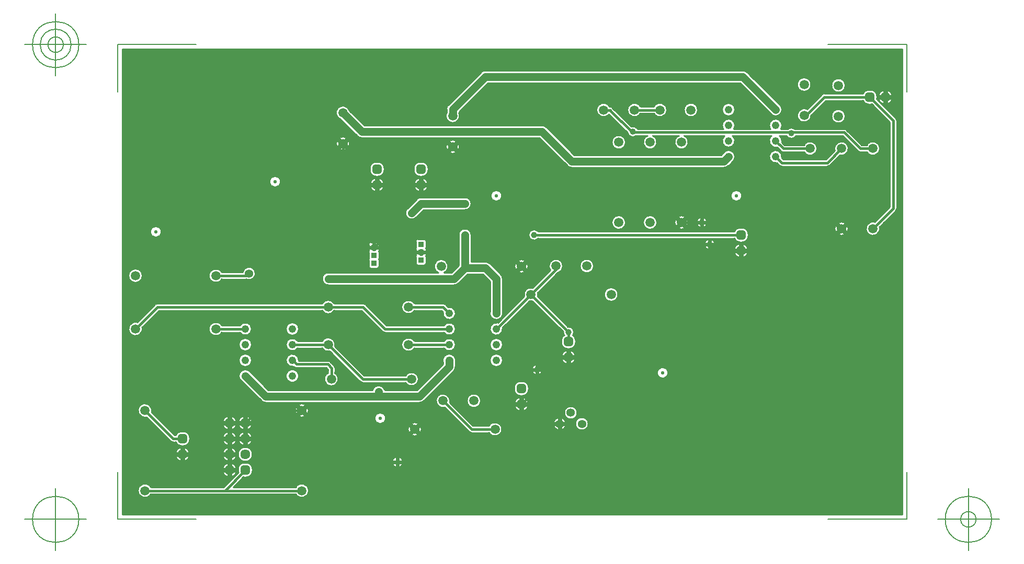
<source format=gbr>
G04 Generated by Ultiboard 12.0 *
%FSLAX25Y25*%
%MOIN*%

%ADD10C,0.00001*%
%ADD11C,0.01000*%
%ADD12C,0.01500*%
%ADD13C,0.05000*%
%ADD14C,0.00500*%
%ADD15C,0.04900*%
%ADD16C,0.05906*%
%ADD17C,0.05337*%
%ADD18R,0.02083X0.02083*%
%ADD19C,0.03917*%
%ADD20C,0.06334*%
%ADD21R,0.03762X0.03762*%
%ADD22C,0.03937*%
%ADD23C,0.02100*%


G04 ColorRGB 0000FF for the following layer *
%LNCopper Bottom*%
%LPD*%
G54D10*
G36*
X498493Y1507D02*
X498493Y1507D01*
X1507Y1507D01*
X1507Y298493D01*
X498493Y298493D01*
X498493Y1507D01*
D02*
G37*
%LPC*%
G36*
X473704Y265739D02*
G75*
D01*
G03X476959Y263483I3255J1220*
G01*
X476959Y263483D01*
X479041Y263483D01*
G74*
D01*
G03X479309Y263494I8J3476*
G01*
X479309Y263494D01*
X490739Y252064D01*
X490739Y197936D01*
X481114Y188311D01*
G75*
D01*
G03X484311Y185114I-1114J-4311*
G01*
X484311Y185114D01*
X486766Y187568D01*
X494596Y195399D01*
G75*
D01*
G03X495261Y197000I-1595J1601*
G01*
X495261Y197000D01*
X495261Y253000D01*
G74*
D01*
G03X494596Y254601I2261J1*
G01*
X494596Y254601D01*
X482506Y266691D01*
G75*
D01*
G03X482517Y266959I-3464J276*
G01*
X482517Y266959D01*
X482517Y269042D01*
G74*
D01*
G03X479041Y272517I3476J1*
G01*
X479041Y272517D01*
X476959Y272517D01*
G75*
D01*
G03X473704Y270261I-1J-3475*
G01*
X473704Y270261D01*
X449001Y270261D01*
G75*
D01*
G03X447401Y269599I-1J-2261*
G01*
X447401Y269599D01*
X438129Y260327D01*
G75*
D01*
G03X440648Y256450I-1931J-4011*
G01*
X440648Y256450D01*
X449936Y265739D01*
X473704Y265739D01*
D02*
G37*
G36*
X329988Y247761D02*
G75*
D01*
G03X325906Y249291I-2988J-1761*
G01*
X325906Y249291D01*
X314102Y261095D01*
G74*
D01*
G03X314095Y261102I1602J1595*
G01*
X314095Y261102D01*
X313796Y261402D01*
G75*
D01*
G03X312151Y262064I-1599J-1599*
G01*
G75*
D01*
G03X311787Y257015I-3835J-2261*
G01*
X311787Y257015D01*
X323632Y245170D01*
G75*
D01*
G03X329100Y243239I3368J829*
G01*
X329100Y243239D01*
X336167Y243239D01*
G75*
D01*
G03X339833Y243239I1833J-4057*
G01*
X339833Y243239D01*
X356167Y243239D01*
G75*
D01*
G03X359833Y243239I1833J-4057*
G01*
X359833Y243239D01*
X385436Y243239D01*
G75*
D01*
G03X390564Y243239I2564J-3239*
G01*
X390564Y243239D01*
X415436Y243239D01*
G75*
D01*
G03X418846Y235956I2563J-3240*
G01*
X418846Y235956D01*
X421220Y233582D01*
G74*
D01*
G03X422108Y233035I1598J1600*
G01*
G75*
D01*
G03X422819Y232920I712J2145*
G01*
X422819Y232920D01*
X436164Y232920D01*
G75*
D01*
G03X436164Y237442I3835J2261*
G01*
X436164Y237442D01*
X423755Y237442D01*
X422044Y239154D01*
G75*
D01*
G03X420564Y243239I-4044J846*
G01*
X420564Y243239D01*
X425012Y243239D01*
G75*
D01*
G03X430988Y243239I2988J1760*
G01*
X430988Y243239D01*
X460564Y243239D01*
X470220Y233582D01*
G75*
D01*
G03X471820Y232920I1599J1599*
G01*
X471820Y232920D01*
X476164Y232920D01*
G75*
D01*
G03X476164Y237442I3835J2261*
G01*
X476164Y237442D01*
X472755Y237442D01*
X470934Y239264D01*
X463101Y247096D01*
G74*
D01*
G03X461500Y247761I1601J1595*
G01*
X461500Y247761D01*
X430100Y247761D01*
G75*
D01*
G03X425900Y247761I-2100J-2760*
G01*
X425900Y247761D01*
X421472Y247761D01*
G75*
D01*
G03X414528Y247761I-3472J2238*
G01*
X414528Y247761D01*
X391472Y247761D01*
G75*
D01*
G03X384528Y247761I-3472J2238*
G01*
X384528Y247761D01*
X329988Y247761D01*
D02*
G37*
G36*
X216216Y257916D02*
X216216Y257916D01*
X216216Y258532D01*
X234665Y276981D01*
X395335Y276981D01*
X414483Y257833D01*
G75*
D01*
G03X420167Y263517I3517J2167*
G01*
X420167Y263517D01*
X401727Y281957D01*
X399845Y283839D01*
G74*
D01*
G03X397000Y285019I2845J2839*
G01*
X397000Y285019D01*
X233000Y285019D01*
G75*
D01*
G03X231797Y284835I-1J-4019*
G01*
G74*
D01*
G03X230158Y283842I1203J3835*
G01*
X230158Y283842D01*
X228273Y281957D01*
X209355Y263039D01*
G75*
D01*
G03X208177Y260192I2841J-2843*
G01*
X208177Y260192D01*
X208177Y257916D01*
G75*
D01*
G03X216216Y257916I4020J-1916*
G01*
D02*
G37*
G36*
X437209Y187469D02*
G75*
D01*
G03X437209Y187469I2791J-3469*
G01*
D02*
G37*
G36*
X266630Y177739D02*
X266630Y177739D01*
X391704Y177739D01*
G75*
D01*
G03X394959Y175483I3255J1220*
G01*
X394959Y175483D01*
X397042Y175483D01*
G75*
D01*
G03X400517Y178959I-1J3476*
G01*
X400517Y178959D01*
X400517Y181042D01*
G74*
D01*
G03X397042Y184517I3475J0*
G01*
X397042Y184517D01*
X394959Y184517D01*
G75*
D01*
G03X391704Y182261I-1J-3475*
G01*
X391704Y182261D01*
X266630Y182261D01*
G75*
D01*
G03X266630Y177739I-2630J-2261*
G01*
D02*
G37*
G36*
X375282Y173063D02*
G75*
D01*
G03X376718Y173063I718J936*
G01*
X376718Y173063D01*
X376718Y170607D01*
G74*
D01*
G03X379393Y173282I718J3393*
G01*
X379393Y173282D01*
X376937Y173282D01*
G75*
D01*
G03X376937Y174718I-936J718*
G01*
X376937Y174718D01*
X379393Y174718D01*
G74*
D01*
G03X376718Y177393I3393J718*
G01*
X376718Y177393D01*
X376718Y174937D01*
G75*
D01*
G03X375282Y174937I-718J-936*
G01*
X375282Y174937D01*
X375282Y177393D01*
G74*
D01*
G03X372607Y174718I718J3393*
G01*
X372607Y174718D01*
X375063Y174718D01*
G75*
D01*
G03X375063Y173282I936J-718*
G01*
X375063Y173282D01*
X372607Y173282D01*
G74*
D01*
G03X375282Y170607I3393J718*
G01*
X375282Y170607D01*
X375282Y173063D01*
D02*
G37*
G36*
X457572Y187732D02*
X457572Y187732D01*
X459583Y185722D01*
G74*
D01*
G03X458278Y184417I416J1721*
G01*
X458278Y184417D01*
X456268Y186428D01*
G75*
D01*
G03X456268Y181572I3732J-2428*
G01*
X456268Y181572D01*
X458278Y183583D01*
G74*
D01*
G03X459583Y182278I1721J416*
G01*
X459583Y182278D01*
X457572Y180268D01*
G75*
D01*
G03X462428Y180268I2428J3732*
G01*
X462428Y180268D01*
X460417Y182278D01*
G74*
D01*
G03X461722Y183583I416J1721*
G01*
X461722Y183583D01*
X463732Y181572D01*
G75*
D01*
G03X463732Y186428I-3732J2428*
G01*
X463732Y186428D01*
X461722Y184417D01*
G74*
D01*
G03X460417Y185722I1721J416*
G01*
X460417Y185722D01*
X462165Y187469D01*
X462428Y187732D01*
G75*
D01*
G03X457572Y187732I-2428J-3732*
G01*
D02*
G37*
G36*
X384483Y232167D02*
X384483Y232167D01*
X383335Y231019D01*
X289665Y231019D01*
X271845Y248839D01*
G74*
D01*
G03X269000Y250019I2845J2839*
G01*
X269000Y250019D01*
X155862Y250019D01*
X146394Y259487D01*
G75*
D01*
G03X140710Y253803I-4196J-1488*
G01*
X140710Y253803D01*
X151355Y243158D01*
G75*
D01*
G03X154200Y241981I2842J2842*
G01*
X154200Y241981D01*
X267335Y241981D01*
X285158Y224158D01*
G75*
D01*
G03X288004Y222981I2842J2842*
G01*
X288004Y222981D01*
X385000Y222981D01*
G74*
D01*
G03X387845Y224161I0J4019*
G01*
X387845Y224161D01*
X390167Y226483D01*
G75*
D01*
G03X384483Y232167I-2167J3517*
G01*
D02*
G37*
G36*
X357583Y186278D02*
X357583Y186278D01*
X355572Y184268D01*
G75*
D01*
G03X360428Y184268I2428J3732*
G01*
X360428Y184268D01*
X358417Y186278D01*
G74*
D01*
G03X359722Y187583I416J1721*
G01*
X359722Y187583D01*
X359835Y187469D01*
X361732Y185572D01*
G75*
D01*
G03X361732Y190428I-3732J2428*
G01*
X361732Y190428D01*
X359722Y188417D01*
G74*
D01*
G03X358417Y189722I1721J416*
G01*
X358417Y189722D01*
X360428Y191732D01*
G75*
D01*
G03X355572Y191732I-2428J-3732*
G01*
X355572Y191732D01*
X357583Y189722D01*
G74*
D01*
G03X356278Y188417I416J1721*
G01*
X356278Y188417D01*
X354268Y190428D01*
G75*
D01*
G03X354268Y185572I3732J-2428*
G01*
X354268Y185572D01*
X356165Y187469D01*
X356278Y187583D01*
G74*
D01*
G03X357583Y186278I1721J416*
G01*
D02*
G37*
G36*
X333579Y187469D02*
G75*
D01*
G03X333579Y187469I4421J531*
G01*
D02*
G37*
G36*
X313579Y187469D02*
G75*
D01*
G03X313579Y187469I4421J531*
G01*
D02*
G37*
G36*
X370063Y188718D02*
G75*
D01*
G03X370063Y187282I936J-718*
G01*
X370063Y187282D01*
X367607Y187282D01*
G74*
D01*
G03X370282Y184607I3393J718*
G01*
X370282Y184607D01*
X370282Y187063D01*
G75*
D01*
G03X371718Y187063I718J936*
G01*
X371718Y187063D01*
X371718Y184607D01*
G74*
D01*
G03X374393Y187282I718J3393*
G01*
X374393Y187282D01*
X371937Y187282D01*
G75*
D01*
G03X371937Y188718I-936J718*
G01*
X371937Y188718D01*
X374393Y188718D01*
G74*
D01*
G03X371718Y191393I3393J718*
G01*
X371718Y191393D01*
X371718Y188937D01*
G75*
D01*
G03X370282Y188937I-718J-936*
G01*
X370282Y188937D01*
X370282Y191393D01*
G74*
D01*
G03X367607Y188718I718J3393*
G01*
X367607Y188718D01*
X370063Y188718D01*
D02*
G37*
G36*
X183158Y196842D02*
G75*
D01*
G03X188842Y191158I2842J-2842*
G01*
X188842Y191158D01*
X193665Y195981D01*
X220000Y195981D01*
G75*
D01*
G03X220000Y204019I0J4019*
G01*
X220000Y204019D01*
X192002Y204019D01*
G75*
D01*
G03X189158Y202842I-2J-4019*
G01*
X189158Y202842D01*
X183158Y196842D01*
D02*
G37*
G36*
X187434Y211033D02*
G74*
D01*
G03X191033Y207434I4566J967*
G01*
X191033Y207434D01*
X191033Y210541D01*
G75*
D01*
G03X192967Y210541I967J1459*
G01*
X192967Y210541D01*
X192967Y207434D01*
G74*
D01*
G03X196566Y211033I967J4566*
G01*
X196566Y211033D01*
X193459Y211033D01*
G75*
D01*
G03X193459Y212967I-1459J967*
G01*
X193459Y212967D01*
X196566Y212967D01*
G74*
D01*
G03X192967Y216566I4566J967*
G01*
X192967Y216566D01*
X192967Y213459D01*
G75*
D01*
G03X191033Y213459I-967J-1459*
G01*
X191033Y213459D01*
X191033Y216566D01*
G74*
D01*
G03X187434Y212967I967J4566*
G01*
X187434Y212967D01*
X190541Y212967D01*
G75*
D01*
G03X190541Y211033I1459J-967*
G01*
X190541Y211033D01*
X187434Y211033D01*
D02*
G37*
G36*
X187836Y136261D02*
G75*
D01*
G03X187836Y131739I-3835J-2261*
G01*
X187836Y131739D01*
X205064Y131739D01*
X205956Y130846D01*
G75*
D01*
G03X209154Y134044I4044J-846*
G01*
X209154Y134044D01*
X207601Y135596D01*
G74*
D01*
G03X206000Y136261I1601J1595*
G01*
X206000Y136261D01*
X187836Y136261D01*
D02*
G37*
G36*
X202824Y156019D02*
X202824Y156019D01*
X133000Y156019D01*
G75*
D01*
G03X133000Y147981I0J-4019*
G01*
X133000Y147981D01*
X213000Y147981D01*
G74*
D01*
G03X215845Y149161I0J4019*
G01*
X215845Y149161D01*
X221665Y154981D01*
X231335Y154981D01*
X235981Y150335D01*
X235981Y130954D01*
G75*
D01*
G03X244019Y130954I4019J-951*
G01*
X244019Y130954D01*
X244019Y152000D01*
G74*
D01*
G03X242839Y154845I4019J0*
G01*
X242839Y154845D01*
X235845Y161839D01*
G74*
D01*
G03X233368Y163002I2845J2839*
G01*
G75*
D01*
G03X232998Y163019I-369J-4001*
G01*
X232998Y163019D01*
X224019Y163019D01*
X224019Y180000D01*
G75*
D01*
G03X215981Y180000I-4019J0*
G01*
X215981Y180000D01*
X215981Y160665D01*
X211335Y156019D01*
X206814Y156019D01*
G75*
D01*
G03X202824Y156019I-1995J3980*
G01*
D02*
G37*
G36*
X92981Y160297D02*
G75*
D01*
G03X92981Y160297I-3517J2239*
G01*
D02*
G37*
G36*
X92981Y153287D02*
G75*
D01*
G03X92981Y153287I3555J2177*
G01*
D02*
G37*
G36*
X132739Y93206D02*
G75*
D01*
G03X132558Y92316I2080J-886*
G01*
X132558Y92316D01*
X132558Y91836D01*
G75*
D01*
G03X137148Y91795I2261J-3835*
G01*
G75*
D01*
G03X137261Y92500I-2147J706*
G01*
X137261Y92500D01*
X137261Y95000D01*
G74*
D01*
G03X136596Y96601I2261J1*
G01*
X136596Y96601D01*
X134101Y99096D01*
G74*
D01*
G03X132771Y99745I1601J1595*
G01*
G75*
D01*
G03X132498Y99761I-269J-2245*
G01*
X132498Y99761D01*
X114124Y99761D01*
G75*
D01*
G03X110846Y95956I-4123J238*
G01*
X110846Y95956D01*
X110901Y95901D01*
G74*
D01*
G03X111728Y95375I1598J1599*
G01*
G75*
D01*
G03X112500Y95239I772J2124*
G01*
X112500Y95239D01*
X131564Y95239D01*
X132739Y94064D01*
X132739Y93206D01*
D02*
G37*
G36*
X107140Y92981D02*
G75*
D01*
G03X107140Y92981I2860J-2981*
G01*
D02*
G37*
G36*
X137130Y108886D02*
G75*
D01*
G03X128983Y112261I-4309J1119*
G01*
X128983Y112261D01*
X113458Y112261D01*
G75*
D01*
G03X113458Y107739I-3457J-2261*
G01*
X113458Y107739D01*
X128983Y107739D01*
G75*
D01*
G03X133933Y105689I3836J2260*
G01*
X133933Y105689D01*
X147147Y92475D01*
X153220Y86401D01*
G75*
D01*
G03X154821Y85739I1599J1599*
G01*
X154821Y85739D01*
X182164Y85739D01*
G75*
D01*
G03X182164Y90261I3835J2261*
G01*
X182164Y90261D01*
X155755Y90261D01*
X153035Y92981D01*
X137130Y108886D01*
D02*
G37*
G36*
X77833Y86483D02*
X77833Y86483D01*
X90158Y74158D01*
G75*
D01*
G03X93003Y72981I2842J2842*
G01*
X93003Y72981D01*
X191000Y72981D01*
G74*
D01*
G03X193845Y74161I0J4019*
G01*
X193845Y74161D01*
X212665Y92981D01*
X212839Y93155D01*
G75*
D01*
G03X214019Y96000I-2839J2845*
G01*
X214019Y96000D01*
X214019Y99046D01*
G75*
D01*
G03X205981Y99046I-4019J951*
G01*
X205981Y99046D01*
X205981Y97665D01*
X201297Y92981D01*
X201297Y92981D01*
X189335Y81019D01*
X168888Y81019D01*
G75*
D01*
G03X161112Y81019I-3888J-1018*
G01*
X161112Y81019D01*
X94665Y81019D01*
X92981Y82703D01*
X83517Y92167D01*
G75*
D01*
G03X77833Y86483I-3517J-2167*
G01*
D02*
G37*
G36*
X187836Y112261D02*
G75*
D01*
G03X187836Y107739I-3835J-2261*
G01*
X187836Y107739D01*
X206542Y107739D01*
G75*
D01*
G03X206542Y112261I3457J2261*
G01*
X206542Y112261D01*
X187836Y112261D01*
D02*
G37*
G36*
X206542Y117739D02*
G75*
D01*
G03X206542Y122261I3457J2261*
G01*
X206542Y122261D01*
X169936Y122261D01*
X156601Y135596D01*
G74*
D01*
G03X155000Y136261I1601J1595*
G01*
X155000Y136261D01*
X136655Y136261D01*
G75*
D01*
G03X128983Y136261I-3836J-2260*
G01*
X128983Y136261D01*
X24000Y136261D01*
G75*
D01*
G03X23281Y136143I2J-2261*
G01*
G74*
D01*
G03X22401Y135599I717J2143*
G01*
X22401Y135599D01*
X11114Y124311D01*
G75*
D01*
G03X14311Y121114I-1114J-4311*
G01*
X14311Y121114D01*
X24936Y131739D01*
X128983Y131739D01*
G75*
D01*
G03X136655Y131739I3836J2260*
G01*
X136655Y131739D01*
X154064Y131739D01*
X167401Y118401D01*
G75*
D01*
G03X169002Y117739I1599J1599*
G01*
X169002Y117739D01*
X206542Y117739D01*
D02*
G37*
G36*
X19836Y14558D02*
X19836Y14558D01*
X112164Y14558D01*
G75*
D01*
G03X112164Y19080I3835J2261*
G01*
X112164Y19080D01*
X72277Y19080D01*
X78691Y25494D01*
G75*
D01*
G03X78959Y25483I276J3463*
G01*
X78959Y25483D01*
X81042Y25483D01*
G75*
D01*
G03X84517Y28958I0J3475*
G01*
X84517Y28958D01*
X84517Y31041D01*
G74*
D01*
G03X81042Y34517I3475J1*
G01*
X81042Y34517D01*
X78959Y34517D01*
G75*
D01*
G03X75483Y31041I0J-3476*
G01*
X75483Y31041D01*
X75483Y28958D01*
G75*
D01*
G03X75494Y28691I3476J9*
G01*
X75494Y28691D01*
X65882Y19080D01*
X19836Y19080D01*
G75*
D01*
G03X19836Y14558I-3835J-2261*
G01*
D02*
G37*
G36*
X185572Y52268D02*
G75*
D01*
G03X190428Y52268I2428J3732*
G01*
X190428Y52268D01*
X188417Y54278D01*
G74*
D01*
G03X189722Y55583I416J1721*
G01*
X189722Y55583D01*
X191732Y53572D01*
G75*
D01*
G03X191732Y58428I-3732J2428*
G01*
X191732Y58428D01*
X189722Y56417D01*
G74*
D01*
G03X188417Y57722I1721J416*
G01*
X188417Y57722D01*
X190428Y59732D01*
G75*
D01*
G03X185572Y59732I-2428J-3732*
G01*
X185572Y59732D01*
X187469Y57835D01*
X187583Y57722D01*
G74*
D01*
G03X186278Y56417I416J1721*
G01*
X186278Y56417D01*
X184268Y58428D01*
G75*
D01*
G03X184268Y53572I3732J-2428*
G01*
X184268Y53572D01*
X186278Y55583D01*
G74*
D01*
G03X187583Y54278I1721J416*
G01*
X187583Y54278D01*
X187469Y54165D01*
X187469Y54165D01*
X185572Y52268D01*
D02*
G37*
G36*
X281434Y101033D02*
G74*
D01*
G03X285033Y97434I4566J967*
G01*
X285033Y97434D01*
X285033Y100541D01*
G75*
D01*
G03X286967Y100541I967J1459*
G01*
X286967Y100541D01*
X286967Y97434D01*
G74*
D01*
G03X290566Y101033I967J4566*
G01*
X290566Y101033D01*
X287459Y101033D01*
G75*
D01*
G03X287459Y102967I-1459J967*
G01*
X287459Y102967D01*
X290566Y102967D01*
G74*
D01*
G03X286967Y106566I4566J967*
G01*
X286967Y106566D01*
X286967Y103459D01*
G75*
D01*
G03X285033Y103459I-967J-1459*
G01*
X285033Y103459D01*
X285033Y106566D01*
G74*
D01*
G03X281434Y102967I967J4566*
G01*
X281434Y102967D01*
X284541Y102967D01*
G75*
D01*
G03X284541Y101033I1459J-967*
G01*
X284541Y101033D01*
X281434Y101033D01*
D02*
G37*
G36*
X349412Y92981D02*
G75*
D01*
G03X349412Y92981I-3412J-981*
G01*
D02*
G37*
G36*
X281483Y113042D02*
X281483Y113042D01*
X281483Y110959D01*
G75*
D01*
G03X284959Y107483I3476J0*
G01*
X284959Y107483D01*
X287042Y107483D01*
G75*
D01*
G03X290517Y110959I-1J3476*
G01*
X290517Y110959D01*
X290517Y113042D01*
G74*
D01*
G03X288843Y116013I3475J1*
G01*
G75*
D01*
G03X285739Y121459I-2842J1988*
G01*
X285739Y121459D01*
X281957Y125240D01*
X266311Y140886D01*
G75*
D01*
G03X266311Y143114I-4310J1114*
G01*
X266311Y143114D01*
X279073Y155875D01*
G75*
D01*
G03X274391Y157589I-1073J4322*
G01*
X274391Y157589D01*
X263114Y146311D01*
G75*
D01*
G03X257689Y140886I-1115J-4310*
G01*
X257689Y140886D01*
X240846Y124044D01*
G75*
D01*
G03X244044Y120846I-846J-4044*
G01*
X244044Y120846D01*
X260886Y137689D01*
G75*
D01*
G03X263114Y137689I1114J4310*
G01*
X263114Y137689D01*
X281957Y118845D01*
X282541Y118261D01*
G75*
D01*
G03X283157Y116013I3458J-261*
G01*
G74*
D01*
G03X281483Y113042I1800J2971*
G01*
D02*
G37*
G36*
X281257Y55386D02*
G74*
D01*
G03X284472Y58601I863J4078*
G01*
X284472Y58601D01*
X282162Y58601D01*
G75*
D01*
G03X282162Y60328I-1768J864*
G01*
X282162Y60328D01*
X284472Y60328D01*
G74*
D01*
G03X281257Y63543I4079J864*
G01*
X281257Y63543D01*
X281257Y61234D01*
G75*
D01*
G03X279530Y61234I-863J-1770*
G01*
X279530Y61234D01*
X279530Y63543D01*
G74*
D01*
G03X276315Y60328I864J4079*
G01*
X276315Y60328D01*
X278624Y60328D01*
G75*
D01*
G03X278624Y58601I1768J-863*
G01*
X278624Y58601D01*
X276315Y58601D01*
G74*
D01*
G03X279530Y55386I4078J863*
G01*
X279530Y55386D01*
X279530Y57695D01*
G75*
D01*
G03X281257Y57695I864J1768*
G01*
X281257Y57695D01*
X281257Y55386D01*
D02*
G37*
G36*
X266718Y93063D02*
X266718Y93063D01*
X266718Y90607D01*
G74*
D01*
G03X269393Y93282I718J3393*
G01*
X269393Y93282D01*
X266937Y93282D01*
G75*
D01*
G03X266937Y94718I-936J718*
G01*
X266937Y94718D01*
X269393Y94718D01*
G74*
D01*
G03X266718Y97393I3393J718*
G01*
X266718Y97393D01*
X266718Y94937D01*
G75*
D01*
G03X265282Y94937I-718J-936*
G01*
X265282Y94937D01*
X265282Y97393D01*
G74*
D01*
G03X262607Y94718I718J3393*
G01*
X262607Y94718D01*
X265063Y94718D01*
G75*
D01*
G03X265063Y93282I936J-718*
G01*
X265063Y93282D01*
X262607Y93282D01*
G74*
D01*
G03X265282Y90607I3393J718*
G01*
X265282Y90607D01*
X265282Y93063D01*
G75*
D01*
G03X266718Y93063I718J936*
G01*
D02*
G37*
G36*
X489459Y268967D02*
X489459Y268967D01*
X492566Y268967D01*
G74*
D01*
G03X488967Y272566I4566J967*
G01*
X488967Y272566D01*
X488967Y269459D01*
G75*
D01*
G03X487033Y269459I-967J-1459*
G01*
X487033Y269459D01*
X487033Y272566D01*
G74*
D01*
G03X483434Y268967I967J4566*
G01*
X483434Y268967D01*
X486541Y268967D01*
G75*
D01*
G03X486541Y267033I1459J-967*
G01*
X486541Y267033D01*
X483434Y267033D01*
G74*
D01*
G03X487033Y263434I4566J967*
G01*
X487033Y263434D01*
X487033Y266541D01*
G75*
D01*
G03X488967Y266541I967J1459*
G01*
X488967Y266541D01*
X488967Y263434D01*
G74*
D01*
G03X492566Y267033I967J4566*
G01*
X492566Y267033D01*
X489459Y267033D01*
G75*
D01*
G03X489459Y268967I-1459J967*
G01*
D02*
G37*
G36*
X105869Y120000D02*
G75*
D01*
G03X105869Y120000I4131J0*
G01*
D02*
G37*
G36*
X453588Y255772D02*
G75*
D01*
G03X453588Y255772I4452J0*
G01*
D02*
G37*
G36*
X383869Y260000D02*
G75*
D01*
G03X383869Y260000I4131J0*
G01*
D02*
G37*
G36*
X431744Y276000D02*
G75*
D01*
G03X431744Y276000I4453J0*
G01*
D02*
G37*
G36*
X453588Y275457D02*
G75*
D01*
G03X453588Y275457I4452J0*
G01*
D02*
G37*
G36*
X313547Y239181D02*
G75*
D01*
G03X313547Y239181I4453J0*
G01*
D02*
G37*
G36*
X340479Y262064D02*
X340479Y262064D01*
X331836Y262064D01*
G75*
D01*
G03X331836Y257542I-3835J-2261*
G01*
X331836Y257542D01*
X340479Y257542D01*
G75*
D01*
G03X340479Y262064I3835J2261*
G01*
D02*
G37*
G36*
X359547Y259803D02*
G75*
D01*
G03X359547Y259803I4453J0*
G01*
D02*
G37*
G36*
X236450Y205000D02*
G75*
D01*
G03X236450Y205000I3550J0*
G01*
D02*
G37*
G36*
X193042Y226517D02*
X193042Y226517D01*
X190959Y226517D01*
G75*
D01*
G03X187483Y223042I-1J-3475*
G01*
X187483Y223042D01*
X187483Y220958D01*
G75*
D01*
G03X190959Y217483I3476J1*
G01*
X190959Y217483D01*
X193042Y217483D01*
G75*
D01*
G03X196517Y220958I0J3475*
G01*
X196517Y220958D01*
X196517Y223042D01*
G74*
D01*
G03X193042Y226517I3475J0*
G01*
D02*
G37*
G36*
X211779Y238037D02*
G74*
D01*
G03X210475Y236732I418J1722*
G01*
X210475Y236732D01*
X208464Y238743D01*
G75*
D01*
G03X208464Y233887I3733J-2428*
G01*
X208464Y233887D01*
X210475Y235897D01*
G74*
D01*
G03X211779Y234593I1722J418*
G01*
X211779Y234593D01*
X209769Y232583D01*
G75*
D01*
G03X214625Y232583I2428J3732*
G01*
X214625Y232583D01*
X212614Y234593D01*
G74*
D01*
G03X213919Y235897I416J1721*
G01*
X213919Y235897D01*
X215929Y233887D01*
G75*
D01*
G03X215929Y238743I-3732J2428*
G01*
X215929Y238743D01*
X213919Y236732D01*
G74*
D01*
G03X212614Y238037I1721J416*
G01*
X212614Y238037D01*
X214625Y240047D01*
G75*
D01*
G03X209769Y240047I-2428J-3732*
G01*
X209769Y240047D01*
X211779Y238037D01*
D02*
G37*
G36*
X389450Y205000D02*
G75*
D01*
G03X389450Y205000I3550J0*
G01*
D02*
G37*
G36*
X455689Y234067D02*
X455689Y234067D01*
X449882Y228261D01*
X422936Y228261D01*
X422044Y229154D01*
G75*
D01*
G03X418846Y225956I-4044J846*
G01*
X418846Y225956D01*
X420401Y224401D01*
G75*
D01*
G03X422003Y223739I1599J1599*
G01*
X422003Y223739D01*
X450819Y223739D01*
G74*
D01*
G03X452420Y224404I1J2261*
G01*
X452420Y224404D01*
X458886Y230870D01*
G75*
D01*
G03X455689Y234067I1114J4311*
G01*
D02*
G37*
G36*
X165206Y164570D02*
G75*
D01*
G03X165348Y165209I-1365J639*
G01*
X165348Y165209D01*
X165348Y168971D01*
G74*
D01*
G03X165213Y169595I1507J1*
G01*
G75*
D01*
G03X165348Y170219I-1372J623*
G01*
X165348Y170219D01*
X165348Y171398D01*
X162910Y171398D01*
G75*
D01*
G03X162910Y172802I-950J702*
G01*
X162910Y172802D01*
X165348Y172802D01*
X165348Y173981D01*
G74*
D01*
G03X163841Y175488I1507J0*
G01*
X163841Y175488D01*
X162662Y175488D01*
X162662Y173050D01*
G75*
D01*
G03X161258Y173050I-702J-950*
G01*
X161258Y173050D01*
X161258Y175488D01*
X160079Y175488D01*
G75*
D01*
G03X158572Y173981I0J-1507*
G01*
X158572Y173981D01*
X158572Y172802D01*
X161010Y172802D01*
G75*
D01*
G03X161010Y171398I950J-702*
G01*
X161010Y171398D01*
X158572Y171398D01*
X158572Y170219D01*
G75*
D01*
G03X158707Y169595I1507J-1*
G01*
G74*
D01*
G03X158572Y168971I1372J623*
G01*
X158572Y168971D01*
X158572Y165209D01*
G75*
D01*
G03X158714Y164570I1507J0*
G01*
G74*
D01*
G03X158572Y163931I1365J639*
G01*
X158572Y163931D01*
X158572Y160169D01*
G75*
D01*
G03X160079Y158662I1507J0*
G01*
X160079Y158662D01*
X163841Y158662D01*
G75*
D01*
G03X165348Y160169I0J1507*
G01*
X165348Y160169D01*
X165348Y163931D01*
G74*
D01*
G03X165206Y164570I1507J0*
G01*
D02*
G37*
G36*
X173527Y35735D02*
X173527Y35735D01*
X176265Y35735D01*
X176265Y38473D01*
G74*
D01*
G03X173527Y35735I734J3472*
G01*
D02*
G37*
G36*
X177735Y38473D02*
X177735Y38473D01*
X177735Y35735D01*
X180473Y35735D01*
G74*
D01*
G03X177735Y38473I3472J734*
G01*
D02*
G37*
G36*
X180473Y34265D02*
X180473Y34265D01*
X177735Y34265D01*
X177735Y31527D01*
G74*
D01*
G03X180473Y34265I734J3472*
G01*
D02*
G37*
G36*
X176265Y31527D02*
X176265Y31527D01*
X176265Y34265D01*
X173527Y34265D01*
G74*
D01*
G03X176265Y31527I3472J734*
G01*
D02*
G37*
G36*
X176650Y35000D02*
G75*
D01*
G03X176650Y35000I350J0*
G01*
D02*
G37*
G36*
X162450Y63000D02*
G75*
D01*
G03X162450Y63000I3550J0*
G01*
D02*
G37*
G36*
X115583Y69722D02*
G74*
D01*
G03X114278Y68417I416J1721*
G01*
X114278Y68417D01*
X112268Y70428D01*
G75*
D01*
G03X112268Y65572I3732J-2428*
G01*
X112268Y65572D01*
X114278Y67583D01*
G74*
D01*
G03X115583Y66278I1721J416*
G01*
X115583Y66278D01*
X113572Y64268D01*
G75*
D01*
G03X118428Y64268I2428J3732*
G01*
X118428Y64268D01*
X116417Y66278D01*
G74*
D01*
G03X117722Y67583I416J1721*
G01*
X117722Y67583D01*
X119732Y65572D01*
G75*
D01*
G03X119732Y70428I-3732J2428*
G01*
X119732Y70428D01*
X117722Y68417D01*
G74*
D01*
G03X116417Y69722I1721J416*
G01*
X116417Y69722D01*
X118428Y71732D01*
G75*
D01*
G03X113572Y71732I-2428J-3732*
G01*
X113572Y71732D01*
X115583Y69722D01*
D02*
G37*
G36*
X308728Y142000D02*
G75*
D01*
G03X308728Y142000I4453J0*
G01*
D02*
G37*
G36*
X293232Y160197D02*
G75*
D01*
G03X293232Y160197I4453J0*
G01*
D02*
G37*
G36*
X71459Y30967D02*
X71459Y30967D01*
X74566Y30967D01*
G74*
D01*
G03X70967Y34566I4566J967*
G01*
X70967Y34566D01*
X70967Y31459D01*
G75*
D01*
G03X69033Y31459I-967J-1459*
G01*
X69033Y31459D01*
X69033Y34566D01*
G74*
D01*
G03X65434Y30967I967J4566*
G01*
X65434Y30967D01*
X68541Y30967D01*
G75*
D01*
G03X68541Y29033I1459J-967*
G01*
X68541Y29033D01*
X65434Y29033D01*
G74*
D01*
G03X69033Y25434I4566J967*
G01*
X69033Y25434D01*
X69033Y28541D01*
G75*
D01*
G03X70967Y28541I967J1459*
G01*
X70967Y28541D01*
X70967Y25434D01*
G74*
D01*
G03X74566Y29033I967J4566*
G01*
X74566Y29033D01*
X71459Y29033D01*
G75*
D01*
G03X71459Y30967I-1459J967*
G01*
D02*
G37*
G36*
X41459Y40967D02*
X41459Y40967D01*
X44566Y40967D01*
G74*
D01*
G03X40967Y44566I4566J967*
G01*
X40967Y44566D01*
X40967Y41459D01*
G75*
D01*
G03X39033Y41459I-967J-1459*
G01*
X39033Y41459D01*
X39033Y44566D01*
G74*
D01*
G03X35434Y40967I967J4566*
G01*
X35434Y40967D01*
X38541Y40967D01*
G75*
D01*
G03X38541Y39033I1459J-967*
G01*
X38541Y39033D01*
X35434Y39033D01*
G74*
D01*
G03X39033Y35434I4566J967*
G01*
X39033Y35434D01*
X39033Y38541D01*
G75*
D01*
G03X40967Y38541I967J1459*
G01*
X40967Y38541D01*
X40967Y35434D01*
G74*
D01*
G03X44566Y39033I967J4566*
G01*
X44566Y39033D01*
X41459Y39033D01*
G75*
D01*
G03X41459Y40967I-1459J967*
G01*
D02*
G37*
G36*
X71459Y40967D02*
X71459Y40967D01*
X74566Y40967D01*
G74*
D01*
G03X70967Y44566I4566J967*
G01*
X70967Y44566D01*
X70967Y41459D01*
G75*
D01*
G03X69033Y41459I-967J-1459*
G01*
X69033Y41459D01*
X69033Y44566D01*
G74*
D01*
G03X65434Y40967I967J4566*
G01*
X65434Y40967D01*
X68541Y40967D01*
G75*
D01*
G03X68541Y39033I1459J-967*
G01*
X68541Y39033D01*
X65434Y39033D01*
G74*
D01*
G03X69033Y35434I4566J967*
G01*
X69033Y35434D01*
X69033Y38541D01*
G75*
D01*
G03X70967Y38541I967J1459*
G01*
X70967Y38541D01*
X70967Y35434D01*
G74*
D01*
G03X74566Y39033I967J4566*
G01*
X74566Y39033D01*
X71459Y39033D01*
G75*
D01*
G03X71459Y40967I-1459J967*
G01*
D02*
G37*
G36*
X75333Y40000D02*
G75*
D01*
G03X75333Y40000I4667J0*
G01*
D02*
G37*
G36*
X20311Y66886D02*
G75*
D01*
G03X17114Y63689I-4311J1114*
G01*
X17114Y63689D01*
X32401Y48401D01*
G75*
D01*
G03X34003Y47739I1599J1599*
G01*
X34003Y47739D01*
X35704Y47739D01*
G75*
D01*
G03X38959Y45483I3255J1220*
G01*
X38959Y45483D01*
X41042Y45483D01*
G75*
D01*
G03X44517Y48959I-1J3476*
G01*
X44517Y48959D01*
X44517Y51042D01*
G74*
D01*
G03X41042Y54517I3475J0*
G01*
X41042Y54517D01*
X38959Y54517D01*
G75*
D01*
G03X35704Y52261I-1J-3475*
G01*
X35704Y52261D01*
X34936Y52261D01*
X20311Y66886D01*
D02*
G37*
G36*
X71459Y50967D02*
X71459Y50967D01*
X74566Y50967D01*
G74*
D01*
G03X70967Y54566I4566J967*
G01*
X70967Y54566D01*
X70967Y51459D01*
G75*
D01*
G03X69033Y51459I-967J-1459*
G01*
X69033Y51459D01*
X69033Y54566D01*
G74*
D01*
G03X65434Y50967I967J4566*
G01*
X65434Y50967D01*
X68541Y50967D01*
G75*
D01*
G03X68541Y49033I1459J-967*
G01*
X68541Y49033D01*
X65434Y49033D01*
G74*
D01*
G03X69033Y45434I4566J967*
G01*
X69033Y45434D01*
X69033Y48541D01*
G75*
D01*
G03X70967Y48541I967J1459*
G01*
X70967Y48541D01*
X70967Y45434D01*
G74*
D01*
G03X74566Y49033I967J4566*
G01*
X74566Y49033D01*
X71459Y49033D01*
G75*
D01*
G03X71459Y50967I-1459J967*
G01*
D02*
G37*
G36*
X81459Y50967D02*
X81459Y50967D01*
X84566Y50967D01*
G74*
D01*
G03X80967Y54566I4566J967*
G01*
X80967Y54566D01*
X80967Y51459D01*
G75*
D01*
G03X79033Y51459I-967J-1459*
G01*
X79033Y51459D01*
X79033Y54566D01*
G74*
D01*
G03X75434Y50967I967J4566*
G01*
X75434Y50967D01*
X78541Y50967D01*
G75*
D01*
G03X78541Y49033I1459J-967*
G01*
X78541Y49033D01*
X75434Y49033D01*
G74*
D01*
G03X79033Y45434I4566J967*
G01*
X79033Y45434D01*
X79033Y48541D01*
G75*
D01*
G03X80967Y48541I967J1459*
G01*
X80967Y48541D01*
X80967Y45434D01*
G74*
D01*
G03X84566Y49033I967J4566*
G01*
X84566Y49033D01*
X81459Y49033D01*
G75*
D01*
G03X81459Y50967I-1459J967*
G01*
D02*
G37*
G36*
X71459Y60967D02*
X71459Y60967D01*
X74566Y60967D01*
G74*
D01*
G03X70967Y64566I4566J967*
G01*
X70967Y64566D01*
X70967Y61459D01*
G75*
D01*
G03X69033Y61459I-967J-1459*
G01*
X69033Y61459D01*
X69033Y64566D01*
G74*
D01*
G03X65434Y60967I967J4566*
G01*
X65434Y60967D01*
X68541Y60967D01*
G75*
D01*
G03X68541Y59033I1459J-967*
G01*
X68541Y59033D01*
X65434Y59033D01*
G74*
D01*
G03X69033Y55434I4566J967*
G01*
X69033Y55434D01*
X69033Y58541D01*
G75*
D01*
G03X70967Y58541I967J1459*
G01*
X70967Y58541D01*
X70967Y55434D01*
G74*
D01*
G03X74566Y59033I967J4566*
G01*
X74566Y59033D01*
X71459Y59033D01*
G75*
D01*
G03X71459Y60967I-1459J967*
G01*
D02*
G37*
G36*
X81459Y60967D02*
X81459Y60967D01*
X84566Y60967D01*
G74*
D01*
G03X80967Y64566I4566J967*
G01*
X80967Y64566D01*
X80967Y61459D01*
G75*
D01*
G03X79033Y61459I-967J-1459*
G01*
X79033Y61459D01*
X79033Y64566D01*
G74*
D01*
G03X75434Y60967I967J4566*
G01*
X75434Y60967D01*
X78541Y60967D01*
G75*
D01*
G03X78541Y59033I1459J-967*
G01*
X78541Y59033D01*
X75434Y59033D01*
G74*
D01*
G03X79033Y55434I4566J967*
G01*
X79033Y55434D01*
X79033Y58541D01*
G75*
D01*
G03X80967Y58541I967J1459*
G01*
X80967Y58541D01*
X80967Y55434D01*
G74*
D01*
G03X84566Y59033I967J4566*
G01*
X84566Y59033D01*
X81459Y59033D01*
G75*
D01*
G03X81459Y60967I-1459J967*
G01*
D02*
G37*
G36*
X283296Y66536D02*
G75*
D01*
G03X283296Y66536I4168J0*
G01*
D02*
G37*
G36*
X290367Y59464D02*
G75*
D01*
G03X290367Y59464I4169J0*
G01*
D02*
G37*
G36*
X207114Y69886D02*
X207114Y69886D01*
X222598Y54401D01*
G74*
D01*
G03X224099Y53741I1599J1599*
G01*
G75*
D01*
G03X224197Y53739I95J2259*
G01*
X224197Y53739D01*
X235345Y53739D01*
G75*
D01*
G03X235345Y58261I3835J2261*
G01*
X235345Y58261D01*
X225133Y58261D01*
X210311Y73083D01*
G75*
D01*
G03X207114Y69886I-4311J1114*
G01*
D02*
G37*
G36*
X221232Y74197D02*
G75*
D01*
G03X221232Y74197I4453J0*
G01*
D02*
G37*
G36*
X257459Y72967D02*
X257459Y72967D01*
X260566Y72967D01*
G74*
D01*
G03X256967Y76566I4566J967*
G01*
X256967Y76566D01*
X256967Y73459D01*
G75*
D01*
G03X255033Y73459I-967J-1459*
G01*
X255033Y73459D01*
X255033Y76566D01*
G74*
D01*
G03X251434Y72967I967J4566*
G01*
X251434Y72967D01*
X254541Y72967D01*
G75*
D01*
G03X254541Y71033I1459J-967*
G01*
X254541Y71033D01*
X251434Y71033D01*
G74*
D01*
G03X255033Y67434I4566J967*
G01*
X255033Y67434D01*
X255033Y70541D01*
G75*
D01*
G03X256967Y70541I967J1459*
G01*
X256967Y70541D01*
X256967Y67434D01*
G74*
D01*
G03X260566Y71033I967J4566*
G01*
X260566Y71033D01*
X257459Y71033D01*
G75*
D01*
G03X257459Y72967I-1459J967*
G01*
D02*
G37*
G36*
X257042Y86517D02*
X257042Y86517D01*
X254958Y86517D01*
G75*
D01*
G03X251483Y83042I0J-3475*
G01*
X251483Y83042D01*
X251483Y80959D01*
G75*
D01*
G03X254958Y77483I3475J-1*
G01*
X254958Y77483D01*
X257042Y77483D01*
G75*
D01*
G03X260517Y80959I-1J3476*
G01*
X260517Y80959D01*
X260517Y83042D01*
G74*
D01*
G03X257042Y86517I3475J0*
G01*
D02*
G37*
G36*
X19450Y182000D02*
G75*
D01*
G03X19450Y182000I3550J0*
G01*
D02*
G37*
G36*
X75869Y100000D02*
G75*
D01*
G03X75869Y100000I4131J0*
G01*
D02*
G37*
G36*
X75869Y110000D02*
G75*
D01*
G03X75869Y110000I4131J0*
G01*
D02*
G37*
G36*
X76542Y122261D02*
X76542Y122261D01*
X65017Y122261D01*
G75*
D01*
G03X65017Y117739I-3835J-2261*
G01*
X65017Y117739D01*
X76542Y117739D01*
G75*
D01*
G03X76542Y122261I3457J2261*
G01*
D02*
G37*
G36*
X5547Y154000D02*
G75*
D01*
G03X5547Y154000I4453J0*
G01*
D02*
G37*
G36*
X78302Y156261D02*
X78302Y156261D01*
X65017Y156261D01*
G75*
D01*
G03X65017Y151739I-3835J-2261*
G01*
X65017Y151739D01*
X80523Y151739D01*
G75*
D01*
G03X78302Y156261I1870J3725*
G01*
D02*
G37*
G36*
X397459Y170967D02*
X397459Y170967D01*
X400566Y170967D01*
G74*
D01*
G03X396967Y174566I4566J967*
G01*
X396967Y174566D01*
X396967Y171459D01*
G75*
D01*
G03X395033Y171459I-967J-1459*
G01*
X395033Y171459D01*
X395033Y174566D01*
G74*
D01*
G03X391434Y170967I967J4566*
G01*
X391434Y170967D01*
X394541Y170967D01*
G75*
D01*
G03X394541Y169033I1459J-967*
G01*
X394541Y169033D01*
X391434Y169033D01*
G74*
D01*
G03X395033Y165434I4566J967*
G01*
X395033Y165434D01*
X395033Y168541D01*
G75*
D01*
G03X396967Y168541I967J1459*
G01*
X396967Y168541D01*
X396967Y165434D01*
G74*
D01*
G03X400566Y169033I967J4566*
G01*
X400566Y169033D01*
X397459Y169033D01*
G75*
D01*
G03X397459Y170967I-1459J967*
G01*
D02*
G37*
G36*
X141779Y240037D02*
G74*
D01*
G03X140475Y238732I418J1722*
G01*
X140475Y238732D01*
X138464Y240743D01*
G75*
D01*
G03X138464Y235887I3733J-2428*
G01*
X138464Y235887D01*
X140475Y237897D01*
G74*
D01*
G03X141779Y236593I1722J418*
G01*
X141779Y236593D01*
X139769Y234583D01*
G75*
D01*
G03X144625Y234583I2428J3732*
G01*
X144625Y234583D01*
X142614Y236593D01*
G74*
D01*
G03X143919Y237897I416J1721*
G01*
X143919Y237897D01*
X145929Y235887D01*
G75*
D01*
G03X145929Y240743I-3732J2428*
G01*
X145929Y240743D01*
X143919Y238732D01*
G74*
D01*
G03X142614Y240037I1721J416*
G01*
X142614Y240037D01*
X144625Y242047D01*
G75*
D01*
G03X139769Y242047I-2428J-3732*
G01*
X139769Y242047D01*
X141779Y240037D01*
D02*
G37*
G36*
X95450Y214000D02*
G75*
D01*
G03X95450Y214000I3550J0*
G01*
D02*
G37*
G36*
X165459Y212967D02*
X165459Y212967D01*
X168566Y212967D01*
G74*
D01*
G03X164967Y216566I4566J967*
G01*
X164967Y216566D01*
X164967Y213459D01*
G75*
D01*
G03X163033Y213459I-967J-1459*
G01*
X163033Y213459D01*
X163033Y216566D01*
G74*
D01*
G03X159434Y212967I967J4566*
G01*
X159434Y212967D01*
X162541Y212967D01*
G75*
D01*
G03X162541Y211033I1459J-967*
G01*
X162541Y211033D01*
X159434Y211033D01*
G74*
D01*
G03X163033Y207434I4566J967*
G01*
X163033Y207434D01*
X163033Y210541D01*
G75*
D01*
G03X164967Y210541I967J1459*
G01*
X164967Y210541D01*
X164967Y207434D01*
G74*
D01*
G03X168566Y211033I967J4566*
G01*
X168566Y211033D01*
X165459Y211033D01*
G75*
D01*
G03X165459Y212967I-1459J967*
G01*
D02*
G37*
G36*
X165042Y226517D02*
X165042Y226517D01*
X162959Y226517D01*
G75*
D01*
G03X159483Y223042I-1J-3475*
G01*
X159483Y223042D01*
X159483Y220958D01*
G75*
D01*
G03X162959Y217483I3476J1*
G01*
X162959Y217483D01*
X165042Y217483D01*
G75*
D01*
G03X168517Y220958I0J3475*
G01*
X168517Y220958D01*
X168517Y223042D01*
G74*
D01*
G03X165042Y226517I3475J0*
G01*
D02*
G37*
G36*
X235869Y100000D02*
G75*
D01*
G03X235869Y100000I4131J0*
G01*
D02*
G37*
G36*
X235869Y110000D02*
G75*
D01*
G03X235869Y110000I4131J0*
G01*
D02*
G37*
G36*
X255583Y161722D02*
G74*
D01*
G03X254278Y160417I416J1721*
G01*
X254278Y160417D01*
X252268Y162428D01*
G75*
D01*
G03X252268Y157572I3732J-2428*
G01*
X252268Y157572D01*
X254278Y159583D01*
G74*
D01*
G03X255583Y158278I1721J416*
G01*
X255583Y158278D01*
X253572Y156268D01*
G75*
D01*
G03X258428Y156268I2428J3732*
G01*
X258428Y156268D01*
X256417Y158278D01*
G74*
D01*
G03X257722Y159583I416J1721*
G01*
X257722Y159583D01*
X259732Y157572D01*
G75*
D01*
G03X259732Y162428I-3732J2428*
G01*
X259732Y162428D01*
X257722Y160417D01*
G74*
D01*
G03X256417Y161722I1721J416*
G01*
X256417Y161722D01*
X258428Y163732D01*
G75*
D01*
G03X253572Y163732I-2428J-3732*
G01*
X253572Y163732D01*
X255583Y161722D01*
D02*
G37*
G36*
X195213Y171595D02*
G75*
D01*
G03X195348Y172219I-1372J623*
G01*
X195348Y172219D01*
X195348Y175981D01*
G74*
D01*
G03X193841Y177488I1507J0*
G01*
X193841Y177488D01*
X190079Y177488D01*
G75*
D01*
G03X188572Y175981I0J-1507*
G01*
X188572Y175981D01*
X188572Y172219D01*
G75*
D01*
G03X188707Y171595I1507J-1*
G01*
G74*
D01*
G03X188572Y170971I1372J623*
G01*
X188572Y170971D01*
X188572Y169792D01*
X191010Y169792D01*
G75*
D01*
G03X191010Y168388I950J-702*
G01*
X191010Y168388D01*
X188572Y168388D01*
X188572Y167209D01*
G75*
D01*
G03X188714Y166570I1507J0*
G01*
G74*
D01*
G03X188572Y165931I1365J639*
G01*
X188572Y165931D01*
X188572Y162169D01*
G75*
D01*
G03X190079Y160662I1507J0*
G01*
X190079Y160662D01*
X193841Y160662D01*
G75*
D01*
G03X195348Y162169I0J1507*
G01*
X195348Y162169D01*
X195348Y165931D01*
G74*
D01*
G03X195206Y166570I1507J0*
G01*
G75*
D01*
G03X195348Y167209I-1365J639*
G01*
X195348Y167209D01*
X195348Y168388D01*
X192910Y168388D01*
G75*
D01*
G03X192910Y169792I-950J702*
G01*
X192910Y169792D01*
X195348Y169792D01*
X195348Y170971D01*
G74*
D01*
G03X195213Y171595I1507J1*
G01*
D02*
G37*
%LPD*%
G36*
X191258Y168140D02*
G75*
D01*
G03X192662Y168140I702J950*
G01*
X192662Y168140D01*
X192662Y167438D01*
X191258Y167438D01*
X191258Y168140D01*
D02*
G37*
G36*
X192662Y170040D02*
G75*
D01*
G03X191258Y170040I-702J-950*
G01*
X191258Y170040D01*
X191258Y170712D01*
X192662Y170712D01*
X192662Y170040D01*
D02*
G37*
G36*
X162662Y171150D02*
G75*
D01*
G02X161258Y171150I-702J950*
G01*
X161258Y171150D01*
X161258Y170478D01*
X162662Y170478D01*
X162662Y171150D01*
D02*
G37*
G54D11*
X473704Y265739D02*
G75*
D01*
G03X476959Y263483I3255J1220*
G01*
X479041Y263483D01*
G74*
D01*
G03X479309Y263494I8J3476*
G01*
X490739Y252064D01*
X490739Y197936D01*
X481114Y188311D01*
G75*
D01*
G03X484311Y185114I-1114J-4311*
G01*
X486766Y187568D01*
X494596Y195399D01*
G75*
D01*
G03X495261Y197000I-1595J1601*
G01*
X495261Y253000D01*
G74*
D01*
G03X494596Y254601I2261J1*
G01*
X482506Y266691D01*
G75*
D01*
G03X482517Y266959I-3464J276*
G01*
X482517Y269042D01*
G74*
D01*
G03X479041Y272517I3476J1*
G01*
X476959Y272517D01*
G75*
D01*
G03X473704Y270261I-1J-3475*
G01*
X449001Y270261D01*
G75*
D01*
G03X447401Y269599I-1J-2261*
G01*
X438129Y260327D01*
G75*
D01*
G03X440648Y256450I-1931J-4011*
G01*
X449936Y265739D01*
X473704Y265739D01*
X329988Y247761D02*
G75*
D01*
G03X325906Y249291I-2988J-1761*
G01*
X314102Y261095D01*
G74*
D01*
G03X314095Y261102I1602J1595*
G01*
X313796Y261402D01*
G75*
D01*
G03X312151Y262064I-1599J-1599*
G01*
G75*
D01*
G03X311787Y257015I-3835J-2261*
G01*
X323632Y245170D01*
G75*
D01*
G03X329100Y243239I3368J829*
G01*
X336167Y243239D01*
G75*
D01*
G03X339833Y243239I1833J-4057*
G01*
X356167Y243239D01*
G75*
D01*
G03X359833Y243239I1833J-4057*
G01*
X385436Y243239D01*
G75*
D01*
G03X390564Y243239I2564J-3239*
G01*
X415436Y243239D01*
G75*
D01*
G03X418846Y235956I2563J-3240*
G01*
X421220Y233582D01*
G74*
D01*
G03X422108Y233035I1598J1600*
G01*
G75*
D01*
G03X422819Y232920I712J2145*
G01*
X436164Y232920D01*
G75*
D01*
G03X436164Y237442I3835J2261*
G01*
X423755Y237442D01*
X422044Y239154D01*
G75*
D01*
G03X420564Y243239I-4044J846*
G01*
X425012Y243239D01*
G75*
D01*
G03X430988Y243239I2988J1760*
G01*
X460564Y243239D01*
X470220Y233582D01*
G75*
D01*
G03X471820Y232920I1599J1599*
G01*
X476164Y232920D01*
G75*
D01*
G03X476164Y237442I3835J2261*
G01*
X472755Y237442D01*
X470934Y239264D01*
X463101Y247096D01*
G74*
D01*
G03X461500Y247761I1601J1595*
G01*
X430100Y247761D01*
G75*
D01*
G03X425900Y247761I-2100J-2760*
G01*
X421472Y247761D01*
G75*
D01*
G03X414528Y247761I-3472J2238*
G01*
X391472Y247761D01*
G75*
D01*
G03X384528Y247761I-3472J2238*
G01*
X329988Y247761D01*
X216216Y257916D02*
X216216Y258532D01*
X234665Y276981D01*
X395335Y276981D01*
X414483Y257833D01*
G75*
D01*
G03X420167Y263517I3517J2167*
G01*
X401727Y281957D01*
X399845Y283839D01*
G74*
D01*
G03X397000Y285019I2845J2839*
G01*
X233000Y285019D01*
G75*
D01*
G03X231797Y284835I-1J-4019*
G01*
G74*
D01*
G03X230158Y283842I1203J3835*
G01*
X228273Y281957D01*
X209355Y263039D01*
G75*
D01*
G03X208177Y260192I2841J-2843*
G01*
X208177Y257916D01*
G75*
D01*
G03X216216Y257916I4020J-1916*
G01*
X437209Y187469D02*
G75*
D01*
G03X437209Y187469I2791J-3469*
G01*
X266630Y177739D02*
X391704Y177739D01*
G75*
D01*
G03X394959Y175483I3255J1220*
G01*
X397042Y175483D01*
G75*
D01*
G03X400517Y178959I-1J3476*
G01*
X400517Y181042D01*
G74*
D01*
G03X397042Y184517I3475J0*
G01*
X394959Y184517D01*
G75*
D01*
G03X391704Y182261I-1J-3475*
G01*
X266630Y182261D01*
G75*
D01*
G03X266630Y177739I-2630J-2261*
G01*
X375282Y173063D02*
G75*
D01*
G03X376718Y173063I718J936*
G01*
X376718Y170607D01*
G74*
D01*
G03X379393Y173282I718J3393*
G01*
X376937Y173282D01*
G75*
D01*
G03X376937Y174718I-936J718*
G01*
X379393Y174718D01*
G74*
D01*
G03X376718Y177393I3393J718*
G01*
X376718Y174937D01*
G75*
D01*
G03X375282Y174937I-718J-936*
G01*
X375282Y177393D01*
G74*
D01*
G03X372607Y174718I718J3393*
G01*
X375063Y174718D01*
G75*
D01*
G03X375063Y173282I936J-718*
G01*
X372607Y173282D01*
G74*
D01*
G03X375282Y170607I3393J718*
G01*
X375282Y173063D01*
X457572Y187732D02*
X459583Y185722D01*
G74*
D01*
G03X458278Y184417I416J1721*
G01*
X456268Y186428D01*
G75*
D01*
G03X456268Y181572I3732J-2428*
G01*
X458278Y183583D01*
G74*
D01*
G03X459583Y182278I1721J416*
G01*
X457572Y180268D01*
G75*
D01*
G03X462428Y180268I2428J3732*
G01*
X460417Y182278D01*
G74*
D01*
G03X461722Y183583I416J1721*
G01*
X463732Y181572D01*
G75*
D01*
G03X463732Y186428I-3732J2428*
G01*
X461722Y184417D01*
G74*
D01*
G03X460417Y185722I1721J416*
G01*
X462165Y187469D01*
X462428Y187732D01*
G75*
D01*
G03X457572Y187732I-2428J-3732*
G01*
X384483Y232167D02*
X383335Y231019D01*
X289665Y231019D01*
X271845Y248839D01*
G74*
D01*
G03X269000Y250019I2845J2839*
G01*
X155862Y250019D01*
X146394Y259487D01*
G75*
D01*
G03X140710Y253803I-4196J-1488*
G01*
X151355Y243158D01*
G75*
D01*
G03X154200Y241981I2842J2842*
G01*
X267335Y241981D01*
X285158Y224158D01*
G75*
D01*
G03X288004Y222981I2842J2842*
G01*
X385000Y222981D01*
G74*
D01*
G03X387845Y224161I0J4019*
G01*
X390167Y226483D01*
G75*
D01*
G03X384483Y232167I-2167J3517*
G01*
X357583Y186278D02*
X355572Y184268D01*
G75*
D01*
G03X360428Y184268I2428J3732*
G01*
X358417Y186278D01*
G74*
D01*
G03X359722Y187583I416J1721*
G01*
X359835Y187469D01*
X361732Y185572D01*
G75*
D01*
G03X361732Y190428I-3732J2428*
G01*
X359722Y188417D01*
G74*
D01*
G03X358417Y189722I1721J416*
G01*
X360428Y191732D01*
G75*
D01*
G03X355572Y191732I-2428J-3732*
G01*
X357583Y189722D01*
G74*
D01*
G03X356278Y188417I416J1721*
G01*
X354268Y190428D01*
G75*
D01*
G03X354268Y185572I3732J-2428*
G01*
X356165Y187469D01*
X356278Y187583D01*
G74*
D01*
G03X357583Y186278I1721J416*
G01*
X333579Y187469D02*
G75*
D01*
G03X333579Y187469I4421J531*
G01*
X313579Y187469D02*
G75*
D01*
G03X313579Y187469I4421J531*
G01*
X370063Y188718D02*
G75*
D01*
G03X370063Y187282I936J-718*
G01*
X367607Y187282D01*
G74*
D01*
G03X370282Y184607I3393J718*
G01*
X370282Y187063D01*
G75*
D01*
G03X371718Y187063I718J936*
G01*
X371718Y184607D01*
G74*
D01*
G03X374393Y187282I718J3393*
G01*
X371937Y187282D01*
G75*
D01*
G03X371937Y188718I-936J718*
G01*
X374393Y188718D01*
G74*
D01*
G03X371718Y191393I3393J718*
G01*
X371718Y188937D01*
G75*
D01*
G03X370282Y188937I-718J-936*
G01*
X370282Y191393D01*
G74*
D01*
G03X367607Y188718I718J3393*
G01*
X370063Y188718D01*
X183158Y196842D02*
G75*
D01*
G03X188842Y191158I2842J-2842*
G01*
X193665Y195981D01*
X220000Y195981D01*
G75*
D01*
G03X220000Y204019I0J4019*
G01*
X192002Y204019D01*
G75*
D01*
G03X189158Y202842I-2J-4019*
G01*
X183158Y196842D01*
X187434Y211033D02*
G74*
D01*
G03X191033Y207434I4566J967*
G01*
X191033Y210541D01*
G75*
D01*
G03X192967Y210541I967J1459*
G01*
X192967Y207434D01*
G74*
D01*
G03X196566Y211033I967J4566*
G01*
X193459Y211033D01*
G75*
D01*
G03X193459Y212967I-1459J967*
G01*
X196566Y212967D01*
G74*
D01*
G03X192967Y216566I4566J967*
G01*
X192967Y213459D01*
G75*
D01*
G03X191033Y213459I-967J-1459*
G01*
X191033Y216566D01*
G74*
D01*
G03X187434Y212967I967J4566*
G01*
X190541Y212967D01*
G75*
D01*
G03X190541Y211033I1459J-967*
G01*
X187434Y211033D01*
X187836Y136261D02*
G75*
D01*
G03X187836Y131739I-3835J-2261*
G01*
X205064Y131739D01*
X205956Y130846D01*
G75*
D01*
G03X209154Y134044I4044J-846*
G01*
X207601Y135596D01*
G74*
D01*
G03X206000Y136261I1601J1595*
G01*
X187836Y136261D01*
X202824Y156019D02*
X133000Y156019D01*
G75*
D01*
G03X133000Y147981I0J-4019*
G01*
X213000Y147981D01*
G74*
D01*
G03X215845Y149161I0J4019*
G01*
X221665Y154981D01*
X231335Y154981D01*
X235981Y150335D01*
X235981Y130954D01*
G75*
D01*
G03X244019Y130954I4019J-951*
G01*
X244019Y152000D01*
G74*
D01*
G03X242839Y154845I4019J0*
G01*
X235845Y161839D01*
G74*
D01*
G03X233368Y163002I2845J2839*
G01*
G75*
D01*
G03X232998Y163019I-369J-4001*
G01*
X224019Y163019D01*
X224019Y180000D01*
G75*
D01*
G03X215981Y180000I-4019J0*
G01*
X215981Y160665D01*
X211335Y156019D01*
X206814Y156019D01*
G75*
D01*
G03X202824Y156019I-1995J3980*
G01*
X92981Y160297D02*
G75*
D01*
G03X92981Y160297I-3517J2239*
G01*
X92981Y153287D02*
G75*
D01*
G03X92981Y153287I3555J2177*
G01*
X132739Y93206D02*
G75*
D01*
G03X132558Y92316I2080J-886*
G01*
X132558Y91836D01*
G75*
D01*
G03X137148Y91795I2261J-3835*
G01*
G75*
D01*
G03X137261Y92500I-2147J706*
G01*
X137261Y95000D01*
G74*
D01*
G03X136596Y96601I2261J1*
G01*
X134101Y99096D01*
G74*
D01*
G03X132771Y99745I1601J1595*
G01*
G75*
D01*
G03X132498Y99761I-269J-2245*
G01*
X114124Y99761D01*
G75*
D01*
G03X110846Y95956I-4123J238*
G01*
X110901Y95901D01*
G74*
D01*
G03X111728Y95375I1598J1599*
G01*
G75*
D01*
G03X112500Y95239I772J2124*
G01*
X131564Y95239D01*
X132739Y94064D01*
X132739Y93206D01*
X107140Y92981D02*
G75*
D01*
G03X107140Y92981I2860J-2981*
G01*
X137130Y108886D02*
G75*
D01*
G03X128983Y112261I-4309J1119*
G01*
X113458Y112261D01*
G75*
D01*
G03X113458Y107739I-3457J-2261*
G01*
X128983Y107739D01*
G75*
D01*
G03X133933Y105689I3836J2260*
G01*
X147147Y92475D01*
X153220Y86401D01*
G75*
D01*
G03X154821Y85739I1599J1599*
G01*
X182164Y85739D01*
G75*
D01*
G03X182164Y90261I3835J2261*
G01*
X155755Y90261D01*
X153035Y92981D01*
X137130Y108886D01*
X77833Y86483D02*
X90158Y74158D01*
G75*
D01*
G03X93003Y72981I2842J2842*
G01*
X191000Y72981D01*
G74*
D01*
G03X193845Y74161I0J4019*
G01*
X212665Y92981D01*
X212839Y93155D01*
G75*
D01*
G03X214019Y96000I-2839J2845*
G01*
X214019Y99046D01*
G75*
D01*
G03X205981Y99046I-4019J951*
G01*
X205981Y97665D01*
X201297Y92981D01*
X201297Y92981D01*
X189335Y81019D01*
X168888Y81019D01*
G75*
D01*
G03X161112Y81019I-3888J-1018*
G01*
X94665Y81019D01*
X92981Y82703D01*
X83517Y92167D01*
G75*
D01*
G03X77833Y86483I-3517J-2167*
G01*
X187836Y112261D02*
G75*
D01*
G03X187836Y107739I-3835J-2261*
G01*
X206542Y107739D01*
G75*
D01*
G03X206542Y112261I3457J2261*
G01*
X187836Y112261D01*
X206542Y117739D02*
G75*
D01*
G03X206542Y122261I3457J2261*
G01*
X169936Y122261D01*
X156601Y135596D01*
G74*
D01*
G03X155000Y136261I1601J1595*
G01*
X136655Y136261D01*
G75*
D01*
G03X128983Y136261I-3836J-2260*
G01*
X24000Y136261D01*
G75*
D01*
G03X23281Y136143I2J-2261*
G01*
G74*
D01*
G03X22401Y135599I717J2143*
G01*
X11114Y124311D01*
G75*
D01*
G03X14311Y121114I-1114J-4311*
G01*
X24936Y131739D01*
X128983Y131739D01*
G75*
D01*
G03X136655Y131739I3836J2260*
G01*
X154064Y131739D01*
X167401Y118401D01*
G75*
D01*
G03X169002Y117739I1599J1599*
G01*
X206542Y117739D01*
X19836Y14558D02*
X112164Y14558D01*
G75*
D01*
G03X112164Y19080I3835J2261*
G01*
X72277Y19080D01*
X78691Y25494D01*
G75*
D01*
G03X78959Y25483I276J3463*
G01*
X81042Y25483D01*
G75*
D01*
G03X84517Y28958I0J3475*
G01*
X84517Y31041D01*
G74*
D01*
G03X81042Y34517I3475J1*
G01*
X78959Y34517D01*
G75*
D01*
G03X75483Y31041I0J-3476*
G01*
X75483Y28958D01*
G75*
D01*
G03X75494Y28691I3476J9*
G01*
X65882Y19080D01*
X19836Y19080D01*
G75*
D01*
G03X19836Y14558I-3835J-2261*
G01*
X185572Y52268D02*
G75*
D01*
G03X190428Y52268I2428J3732*
G01*
X188417Y54278D01*
G74*
D01*
G03X189722Y55583I416J1721*
G01*
X191732Y53572D01*
G75*
D01*
G03X191732Y58428I-3732J2428*
G01*
X189722Y56417D01*
G74*
D01*
G03X188417Y57722I1721J416*
G01*
X190428Y59732D01*
G75*
D01*
G03X185572Y59732I-2428J-3732*
G01*
X187469Y57835D01*
X187583Y57722D01*
G74*
D01*
G03X186278Y56417I416J1721*
G01*
X184268Y58428D01*
G75*
D01*
G03X184268Y53572I3732J-2428*
G01*
X186278Y55583D01*
G74*
D01*
G03X187583Y54278I1721J416*
G01*
X187469Y54165D01*
X187469Y54165D01*
X185572Y52268D01*
X281434Y101033D02*
G74*
D01*
G03X285033Y97434I4566J967*
G01*
X285033Y100541D01*
G75*
D01*
G03X286967Y100541I967J1459*
G01*
X286967Y97434D01*
G74*
D01*
G03X290566Y101033I967J4566*
G01*
X287459Y101033D01*
G75*
D01*
G03X287459Y102967I-1459J967*
G01*
X290566Y102967D01*
G74*
D01*
G03X286967Y106566I4566J967*
G01*
X286967Y103459D01*
G75*
D01*
G03X285033Y103459I-967J-1459*
G01*
X285033Y106566D01*
G74*
D01*
G03X281434Y102967I967J4566*
G01*
X284541Y102967D01*
G75*
D01*
G03X284541Y101033I1459J-967*
G01*
X281434Y101033D01*
X349412Y92981D02*
G75*
D01*
G03X349412Y92981I-3412J-981*
G01*
X281483Y113042D02*
X281483Y110959D01*
G75*
D01*
G03X284959Y107483I3476J0*
G01*
X287042Y107483D01*
G75*
D01*
G03X290517Y110959I-1J3476*
G01*
X290517Y113042D01*
G74*
D01*
G03X288843Y116013I3475J1*
G01*
G75*
D01*
G03X285739Y121459I-2842J1988*
G01*
X281957Y125240D01*
X266311Y140886D01*
G75*
D01*
G03X266311Y143114I-4310J1114*
G01*
X279073Y155875D01*
G75*
D01*
G03X274391Y157589I-1073J4322*
G01*
X263114Y146311D01*
G75*
D01*
G03X257689Y140886I-1115J-4310*
G01*
X240846Y124044D01*
G75*
D01*
G03X244044Y120846I-846J-4044*
G01*
X260886Y137689D01*
G75*
D01*
G03X263114Y137689I1114J4310*
G01*
X281957Y118845D01*
X282541Y118261D01*
G75*
D01*
G03X283157Y116013I3458J-261*
G01*
G74*
D01*
G03X281483Y113042I1800J2971*
G01*
X281257Y55386D02*
G74*
D01*
G03X284472Y58601I863J4078*
G01*
X282162Y58601D01*
G75*
D01*
G03X282162Y60328I-1768J864*
G01*
X284472Y60328D01*
G74*
D01*
G03X281257Y63543I4079J864*
G01*
X281257Y61234D01*
G75*
D01*
G03X279530Y61234I-863J-1770*
G01*
X279530Y63543D01*
G74*
D01*
G03X276315Y60328I864J4079*
G01*
X278624Y60328D01*
G75*
D01*
G03X278624Y58601I1768J-863*
G01*
X276315Y58601D01*
G74*
D01*
G03X279530Y55386I4078J863*
G01*
X279530Y57695D01*
G75*
D01*
G03X281257Y57695I864J1768*
G01*
X281257Y55386D01*
X266718Y93063D02*
X266718Y90607D01*
G74*
D01*
G03X269393Y93282I718J3393*
G01*
X266937Y93282D01*
G75*
D01*
G03X266937Y94718I-936J718*
G01*
X269393Y94718D01*
G74*
D01*
G03X266718Y97393I3393J718*
G01*
X266718Y94937D01*
G75*
D01*
G03X265282Y94937I-718J-936*
G01*
X265282Y97393D01*
G74*
D01*
G03X262607Y94718I718J3393*
G01*
X265063Y94718D01*
G75*
D01*
G03X265063Y93282I936J-718*
G01*
X262607Y93282D01*
G74*
D01*
G03X265282Y90607I3393J718*
G01*
X265282Y93063D01*
G75*
D01*
G03X266718Y93063I718J936*
G01*
X489459Y268967D02*
X492566Y268967D01*
G74*
D01*
G03X488967Y272566I4566J967*
G01*
X488967Y269459D01*
G75*
D01*
G03X487033Y269459I-967J-1459*
G01*
X487033Y272566D01*
G74*
D01*
G03X483434Y268967I967J4566*
G01*
X486541Y268967D01*
G75*
D01*
G03X486541Y267033I1459J-967*
G01*
X483434Y267033D01*
G74*
D01*
G03X487033Y263434I4566J967*
G01*
X487033Y266541D01*
G75*
D01*
G03X488967Y266541I967J1459*
G01*
X488967Y263434D01*
G74*
D01*
G03X492566Y267033I967J4566*
G01*
X489459Y267033D01*
G75*
D01*
G03X489459Y268967I-1459J967*
G01*
X105869Y120000D02*
G75*
D01*
G03X105869Y120000I4131J0*
G01*
X453588Y255772D02*
G75*
D01*
G03X453588Y255772I4452J0*
G01*
X383869Y260000D02*
G75*
D01*
G03X383869Y260000I4131J0*
G01*
X431744Y276000D02*
G75*
D01*
G03X431744Y276000I4453J0*
G01*
X453588Y275457D02*
G75*
D01*
G03X453588Y275457I4452J0*
G01*
X313547Y239181D02*
G75*
D01*
G03X313547Y239181I4453J0*
G01*
X340479Y262064D02*
X331836Y262064D01*
G75*
D01*
G03X331836Y257542I-3835J-2261*
G01*
X340479Y257542D01*
G75*
D01*
G03X340479Y262064I3835J2261*
G01*
X359547Y259803D02*
G75*
D01*
G03X359547Y259803I4453J0*
G01*
X236450Y205000D02*
G75*
D01*
G03X236450Y205000I3550J0*
G01*
X193042Y226517D02*
X190959Y226517D01*
G75*
D01*
G03X187483Y223042I-1J-3475*
G01*
X187483Y220958D01*
G75*
D01*
G03X190959Y217483I3476J1*
G01*
X193042Y217483D01*
G75*
D01*
G03X196517Y220958I0J3475*
G01*
X196517Y223042D01*
G74*
D01*
G03X193042Y226517I3475J0*
G01*
X211779Y238037D02*
G74*
D01*
G03X210475Y236732I418J1722*
G01*
X208464Y238743D01*
G75*
D01*
G03X208464Y233887I3733J-2428*
G01*
X210475Y235897D01*
G74*
D01*
G03X211779Y234593I1722J418*
G01*
X209769Y232583D01*
G75*
D01*
G03X214625Y232583I2428J3732*
G01*
X212614Y234593D01*
G74*
D01*
G03X213919Y235897I416J1721*
G01*
X215929Y233887D01*
G75*
D01*
G03X215929Y238743I-3732J2428*
G01*
X213919Y236732D01*
G74*
D01*
G03X212614Y238037I1721J416*
G01*
X214625Y240047D01*
G75*
D01*
G03X209769Y240047I-2428J-3732*
G01*
X211779Y238037D01*
X389450Y205000D02*
G75*
D01*
G03X389450Y205000I3550J0*
G01*
X455689Y234067D02*
X449882Y228261D01*
X422936Y228261D01*
X422044Y229154D01*
G75*
D01*
G03X418846Y225956I-4044J846*
G01*
X420401Y224401D01*
G75*
D01*
G03X422003Y223739I1599J1599*
G01*
X450819Y223739D01*
G74*
D01*
G03X452420Y224404I1J2261*
G01*
X458886Y230870D01*
G75*
D01*
G03X455689Y234067I1114J4311*
G01*
X165206Y164570D02*
G75*
D01*
G03X165348Y165209I-1365J639*
G01*
X165348Y168971D01*
G74*
D01*
G03X165213Y169595I1507J1*
G01*
G75*
D01*
G03X165348Y170219I-1372J623*
G01*
X165348Y171398D01*
X162910Y171398D01*
G75*
D01*
G03X162910Y172802I-950J702*
G01*
X165348Y172802D01*
X165348Y173981D01*
G74*
D01*
G03X163841Y175488I1507J0*
G01*
X162662Y175488D01*
X162662Y173050D01*
G75*
D01*
G03X161258Y173050I-702J-950*
G01*
X161258Y175488D01*
X160079Y175488D01*
G75*
D01*
G03X158572Y173981I0J-1507*
G01*
X158572Y172802D01*
X161010Y172802D01*
G75*
D01*
G03X161010Y171398I950J-702*
G01*
X158572Y171398D01*
X158572Y170219D01*
G75*
D01*
G03X158707Y169595I1507J-1*
G01*
G74*
D01*
G03X158572Y168971I1372J623*
G01*
X158572Y165209D01*
G75*
D01*
G03X158714Y164570I1507J0*
G01*
G74*
D01*
G03X158572Y163931I1365J639*
G01*
X158572Y160169D01*
G75*
D01*
G03X160079Y158662I1507J0*
G01*
X163841Y158662D01*
G75*
D01*
G03X165348Y160169I0J1507*
G01*
X165348Y163931D01*
G74*
D01*
G03X165206Y164570I1507J0*
G01*
X173527Y35735D02*
X176265Y35735D01*
X176265Y38473D01*
G74*
D01*
G03X173527Y35735I734J3472*
G01*
X177735Y38473D02*
X177735Y35735D01*
X180473Y35735D01*
G74*
D01*
G03X177735Y38473I3472J734*
G01*
X180473Y34265D02*
X177735Y34265D01*
X177735Y31527D01*
G74*
D01*
G03X180473Y34265I734J3472*
G01*
X176265Y31527D02*
X176265Y34265D01*
X173527Y34265D01*
G74*
D01*
G03X176265Y31527I3472J734*
G01*
X176650Y35000D02*
G75*
D01*
G03X176650Y35000I350J0*
G01*
X162450Y63000D02*
G75*
D01*
G03X162450Y63000I3550J0*
G01*
X115583Y69722D02*
G74*
D01*
G03X114278Y68417I416J1721*
G01*
X112268Y70428D01*
G75*
D01*
G03X112268Y65572I3732J-2428*
G01*
X114278Y67583D01*
G74*
D01*
G03X115583Y66278I1721J416*
G01*
X113572Y64268D01*
G75*
D01*
G03X118428Y64268I2428J3732*
G01*
X116417Y66278D01*
G74*
D01*
G03X117722Y67583I416J1721*
G01*
X119732Y65572D01*
G75*
D01*
G03X119732Y70428I-3732J2428*
G01*
X117722Y68417D01*
G74*
D01*
G03X116417Y69722I1721J416*
G01*
X118428Y71732D01*
G75*
D01*
G03X113572Y71732I-2428J-3732*
G01*
X115583Y69722D01*
X308728Y142000D02*
G75*
D01*
G03X308728Y142000I4453J0*
G01*
X293232Y160197D02*
G75*
D01*
G03X293232Y160197I4453J0*
G01*
X71459Y30967D02*
X74566Y30967D01*
G74*
D01*
G03X70967Y34566I4566J967*
G01*
X70967Y31459D01*
G75*
D01*
G03X69033Y31459I-967J-1459*
G01*
X69033Y34566D01*
G74*
D01*
G03X65434Y30967I967J4566*
G01*
X68541Y30967D01*
G75*
D01*
G03X68541Y29033I1459J-967*
G01*
X65434Y29033D01*
G74*
D01*
G03X69033Y25434I4566J967*
G01*
X69033Y28541D01*
G75*
D01*
G03X70967Y28541I967J1459*
G01*
X70967Y25434D01*
G74*
D01*
G03X74566Y29033I967J4566*
G01*
X71459Y29033D01*
G75*
D01*
G03X71459Y30967I-1459J967*
G01*
X41459Y40967D02*
X44566Y40967D01*
G74*
D01*
G03X40967Y44566I4566J967*
G01*
X40967Y41459D01*
G75*
D01*
G03X39033Y41459I-967J-1459*
G01*
X39033Y44566D01*
G74*
D01*
G03X35434Y40967I967J4566*
G01*
X38541Y40967D01*
G75*
D01*
G03X38541Y39033I1459J-967*
G01*
X35434Y39033D01*
G74*
D01*
G03X39033Y35434I4566J967*
G01*
X39033Y38541D01*
G75*
D01*
G03X40967Y38541I967J1459*
G01*
X40967Y35434D01*
G74*
D01*
G03X44566Y39033I967J4566*
G01*
X41459Y39033D01*
G75*
D01*
G03X41459Y40967I-1459J967*
G01*
X71459Y40967D02*
X74566Y40967D01*
G74*
D01*
G03X70967Y44566I4566J967*
G01*
X70967Y41459D01*
G75*
D01*
G03X69033Y41459I-967J-1459*
G01*
X69033Y44566D01*
G74*
D01*
G03X65434Y40967I967J4566*
G01*
X68541Y40967D01*
G75*
D01*
G03X68541Y39033I1459J-967*
G01*
X65434Y39033D01*
G74*
D01*
G03X69033Y35434I4566J967*
G01*
X69033Y38541D01*
G75*
D01*
G03X70967Y38541I967J1459*
G01*
X70967Y35434D01*
G74*
D01*
G03X74566Y39033I967J4566*
G01*
X71459Y39033D01*
G75*
D01*
G03X71459Y40967I-1459J967*
G01*
X75333Y40000D02*
G75*
D01*
G03X75333Y40000I4667J0*
G01*
X20311Y66886D02*
G75*
D01*
G03X17114Y63689I-4311J1114*
G01*
X32401Y48401D01*
G75*
D01*
G03X34003Y47739I1599J1599*
G01*
X35704Y47739D01*
G75*
D01*
G03X38959Y45483I3255J1220*
G01*
X41042Y45483D01*
G75*
D01*
G03X44517Y48959I-1J3476*
G01*
X44517Y51042D01*
G74*
D01*
G03X41042Y54517I3475J0*
G01*
X38959Y54517D01*
G75*
D01*
G03X35704Y52261I-1J-3475*
G01*
X34936Y52261D01*
X20311Y66886D01*
X71459Y50967D02*
X74566Y50967D01*
G74*
D01*
G03X70967Y54566I4566J967*
G01*
X70967Y51459D01*
G75*
D01*
G03X69033Y51459I-967J-1459*
G01*
X69033Y54566D01*
G74*
D01*
G03X65434Y50967I967J4566*
G01*
X68541Y50967D01*
G75*
D01*
G03X68541Y49033I1459J-967*
G01*
X65434Y49033D01*
G74*
D01*
G03X69033Y45434I4566J967*
G01*
X69033Y48541D01*
G75*
D01*
G03X70967Y48541I967J1459*
G01*
X70967Y45434D01*
G74*
D01*
G03X74566Y49033I967J4566*
G01*
X71459Y49033D01*
G75*
D01*
G03X71459Y50967I-1459J967*
G01*
X81459Y50967D02*
X84566Y50967D01*
G74*
D01*
G03X80967Y54566I4566J967*
G01*
X80967Y51459D01*
G75*
D01*
G03X79033Y51459I-967J-1459*
G01*
X79033Y54566D01*
G74*
D01*
G03X75434Y50967I967J4566*
G01*
X78541Y50967D01*
G75*
D01*
G03X78541Y49033I1459J-967*
G01*
X75434Y49033D01*
G74*
D01*
G03X79033Y45434I4566J967*
G01*
X79033Y48541D01*
G75*
D01*
G03X80967Y48541I967J1459*
G01*
X80967Y45434D01*
G74*
D01*
G03X84566Y49033I967J4566*
G01*
X81459Y49033D01*
G75*
D01*
G03X81459Y50967I-1459J967*
G01*
X71459Y60967D02*
X74566Y60967D01*
G74*
D01*
G03X70967Y64566I4566J967*
G01*
X70967Y61459D01*
G75*
D01*
G03X69033Y61459I-967J-1459*
G01*
X69033Y64566D01*
G74*
D01*
G03X65434Y60967I967J4566*
G01*
X68541Y60967D01*
G75*
D01*
G03X68541Y59033I1459J-967*
G01*
X65434Y59033D01*
G74*
D01*
G03X69033Y55434I4566J967*
G01*
X69033Y58541D01*
G75*
D01*
G03X70967Y58541I967J1459*
G01*
X70967Y55434D01*
G74*
D01*
G03X74566Y59033I967J4566*
G01*
X71459Y59033D01*
G75*
D01*
G03X71459Y60967I-1459J967*
G01*
X81459Y60967D02*
X84566Y60967D01*
G74*
D01*
G03X80967Y64566I4566J967*
G01*
X80967Y61459D01*
G75*
D01*
G03X79033Y61459I-967J-1459*
G01*
X79033Y64566D01*
G74*
D01*
G03X75434Y60967I967J4566*
G01*
X78541Y60967D01*
G75*
D01*
G03X78541Y59033I1459J-967*
G01*
X75434Y59033D01*
G74*
D01*
G03X79033Y55434I4566J967*
G01*
X79033Y58541D01*
G75*
D01*
G03X80967Y58541I967J1459*
G01*
X80967Y55434D01*
G74*
D01*
G03X84566Y59033I967J4566*
G01*
X81459Y59033D01*
G75*
D01*
G03X81459Y60967I-1459J967*
G01*
X283296Y66536D02*
G75*
D01*
G03X283296Y66536I4168J0*
G01*
X290367Y59464D02*
G75*
D01*
G03X290367Y59464I4169J0*
G01*
X207114Y69886D02*
X222598Y54401D01*
G74*
D01*
G03X224099Y53741I1599J1599*
G01*
G75*
D01*
G03X224197Y53739I95J2259*
G01*
X235345Y53739D01*
G75*
D01*
G03X235345Y58261I3835J2261*
G01*
X225133Y58261D01*
X210311Y73083D01*
G75*
D01*
G03X207114Y69886I-4311J1114*
G01*
X221232Y74197D02*
G75*
D01*
G03X221232Y74197I4453J0*
G01*
X257459Y72967D02*
X260566Y72967D01*
G74*
D01*
G03X256967Y76566I4566J967*
G01*
X256967Y73459D01*
G75*
D01*
G03X255033Y73459I-967J-1459*
G01*
X255033Y76566D01*
G74*
D01*
G03X251434Y72967I967J4566*
G01*
X254541Y72967D01*
G75*
D01*
G03X254541Y71033I1459J-967*
G01*
X251434Y71033D01*
G74*
D01*
G03X255033Y67434I4566J967*
G01*
X255033Y70541D01*
G75*
D01*
G03X256967Y70541I967J1459*
G01*
X256967Y67434D01*
G74*
D01*
G03X260566Y71033I967J4566*
G01*
X257459Y71033D01*
G75*
D01*
G03X257459Y72967I-1459J967*
G01*
X257042Y86517D02*
X254958Y86517D01*
G75*
D01*
G03X251483Y83042I0J-3475*
G01*
X251483Y80959D01*
G75*
D01*
G03X254958Y77483I3475J-1*
G01*
X257042Y77483D01*
G75*
D01*
G03X260517Y80959I-1J3476*
G01*
X260517Y83042D01*
G74*
D01*
G03X257042Y86517I3475J0*
G01*
X19450Y182000D02*
G75*
D01*
G03X19450Y182000I3550J0*
G01*
X75869Y100000D02*
G75*
D01*
G03X75869Y100000I4131J0*
G01*
X75869Y110000D02*
G75*
D01*
G03X75869Y110000I4131J0*
G01*
X76542Y122261D02*
X65017Y122261D01*
G75*
D01*
G03X65017Y117739I-3835J-2261*
G01*
X76542Y117739D01*
G75*
D01*
G03X76542Y122261I3457J2261*
G01*
X5547Y154000D02*
G75*
D01*
G03X5547Y154000I4453J0*
G01*
X78302Y156261D02*
X65017Y156261D01*
G75*
D01*
G03X65017Y151739I-3835J-2261*
G01*
X80523Y151739D01*
G75*
D01*
G03X78302Y156261I1870J3725*
G01*
X397459Y170967D02*
X400566Y170967D01*
G74*
D01*
G03X396967Y174566I4566J967*
G01*
X396967Y171459D01*
G75*
D01*
G03X395033Y171459I-967J-1459*
G01*
X395033Y174566D01*
G74*
D01*
G03X391434Y170967I967J4566*
G01*
X394541Y170967D01*
G75*
D01*
G03X394541Y169033I1459J-967*
G01*
X391434Y169033D01*
G74*
D01*
G03X395033Y165434I4566J967*
G01*
X395033Y168541D01*
G75*
D01*
G03X396967Y168541I967J1459*
G01*
X396967Y165434D01*
G74*
D01*
G03X400566Y169033I967J4566*
G01*
X397459Y169033D01*
G75*
D01*
G03X397459Y170967I-1459J967*
G01*
X141779Y240037D02*
G74*
D01*
G03X140475Y238732I418J1722*
G01*
X138464Y240743D01*
G75*
D01*
G03X138464Y235887I3733J-2428*
G01*
X140475Y237897D01*
G74*
D01*
G03X141779Y236593I1722J418*
G01*
X139769Y234583D01*
G75*
D01*
G03X144625Y234583I2428J3732*
G01*
X142614Y236593D01*
G74*
D01*
G03X143919Y237897I416J1721*
G01*
X145929Y235887D01*
G75*
D01*
G03X145929Y240743I-3732J2428*
G01*
X143919Y238732D01*
G74*
D01*
G03X142614Y240037I1721J416*
G01*
X144625Y242047D01*
G75*
D01*
G03X139769Y242047I-2428J-3732*
G01*
X141779Y240037D01*
X95450Y214000D02*
G75*
D01*
G03X95450Y214000I3550J0*
G01*
X165459Y212967D02*
X168566Y212967D01*
G74*
D01*
G03X164967Y216566I4566J967*
G01*
X164967Y213459D01*
G75*
D01*
G03X163033Y213459I-967J-1459*
G01*
X163033Y216566D01*
G74*
D01*
G03X159434Y212967I967J4566*
G01*
X162541Y212967D01*
G75*
D01*
G03X162541Y211033I1459J-967*
G01*
X159434Y211033D01*
G74*
D01*
G03X163033Y207434I4566J967*
G01*
X163033Y210541D01*
G75*
D01*
G03X164967Y210541I967J1459*
G01*
X164967Y207434D01*
G74*
D01*
G03X168566Y211033I967J4566*
G01*
X165459Y211033D01*
G75*
D01*
G03X165459Y212967I-1459J967*
G01*
X165042Y226517D02*
X162959Y226517D01*
G75*
D01*
G03X159483Y223042I-1J-3475*
G01*
X159483Y220958D01*
G75*
D01*
G03X162959Y217483I3476J1*
G01*
X165042Y217483D01*
G75*
D01*
G03X168517Y220958I0J3475*
G01*
X168517Y223042D01*
G74*
D01*
G03X165042Y226517I3475J0*
G01*
X235869Y100000D02*
G75*
D01*
G03X235869Y100000I4131J0*
G01*
X235869Y110000D02*
G75*
D01*
G03X235869Y110000I4131J0*
G01*
X255583Y161722D02*
G74*
D01*
G03X254278Y160417I416J1721*
G01*
X252268Y162428D01*
G75*
D01*
G03X252268Y157572I3732J-2428*
G01*
X254278Y159583D01*
G74*
D01*
G03X255583Y158278I1721J416*
G01*
X253572Y156268D01*
G75*
D01*
G03X258428Y156268I2428J3732*
G01*
X256417Y158278D01*
G74*
D01*
G03X257722Y159583I416J1721*
G01*
X259732Y157572D01*
G75*
D01*
G03X259732Y162428I-3732J2428*
G01*
X257722Y160417D01*
G74*
D01*
G03X256417Y161722I1721J416*
G01*
X258428Y163732D01*
G75*
D01*
G03X253572Y163732I-2428J-3732*
G01*
X255583Y161722D01*
X195213Y171595D02*
G75*
D01*
G03X195348Y172219I-1372J623*
G01*
X195348Y175981D01*
G74*
D01*
G03X193841Y177488I1507J0*
G01*
X190079Y177488D01*
G75*
D01*
G03X188572Y175981I0J-1507*
G01*
X188572Y172219D01*
G75*
D01*
G03X188707Y171595I1507J-1*
G01*
G74*
D01*
G03X188572Y170971I1372J623*
G01*
X188572Y169792D01*
X191010Y169792D01*
G75*
D01*
G03X191010Y168388I950J-702*
G01*
X188572Y168388D01*
X188572Y167209D01*
G75*
D01*
G03X188714Y166570I1507J0*
G01*
G74*
D01*
G03X188572Y165931I1365J639*
G01*
X188572Y162169D01*
G75*
D01*
G03X190079Y160662I1507J0*
G01*
X193841Y160662D01*
G75*
D01*
G03X195348Y162169I0J1507*
G01*
X195348Y165931D01*
G74*
D01*
G03X195206Y166570I1507J0*
G01*
G75*
D01*
G03X195348Y167209I-1365J639*
G01*
X195348Y168388D01*
X192910Y168388D01*
G75*
D01*
G03X192910Y169792I-950J702*
G01*
X195348Y169792D01*
X195348Y170971D01*
G74*
D01*
G03X195213Y171595I1507J1*
G01*
X498493Y1507D02*
X1507Y1507D01*
X1507Y298493D01*
X498493Y298493D01*
X498493Y1507D01*
X192662Y170040D02*
G75*
D01*
G03X191258Y170040I-702J-950*
G01*
X191258Y170712D01*
X192662Y170712D01*
X192662Y170040D01*
X191258Y168140D02*
G75*
D01*
G03X192662Y168140I702J950*
G01*
X192662Y167438D01*
X191258Y167438D01*
X191258Y168140D01*
X162662Y171150D02*
G75*
D01*
G02X161258Y171150I-702J950*
G01*
X161258Y170478D01*
X162662Y170478D01*
X162662Y171150D01*
G54D12*
X61181Y120000D02*
X80000Y120000D01*
X61181Y154000D02*
X80929Y154000D01*
X82393Y155464D01*
X24000Y134000D02*
X10000Y120000D01*
X66819Y16819D02*
X80000Y30000D01*
X116000Y16819D02*
X16000Y16819D01*
X16000Y68000D02*
X34000Y50000D01*
X40000Y50000D01*
X40000Y40000D02*
X70000Y40000D01*
X70000Y60000D02*
X80000Y60000D01*
X88000Y68000D01*
X116000Y68000D01*
X131500Y52500D01*
X132819Y110000D02*
X154819Y88000D01*
X186000Y88000D01*
X184000Y110000D02*
X210000Y110000D01*
X24000Y134000D02*
X155000Y134000D01*
X169000Y120000D01*
X210000Y120000D01*
X184000Y134000D02*
X206000Y134000D01*
X210000Y130000D01*
X262000Y142000D02*
X286000Y118000D01*
X286000Y112000D01*
X266000Y94000D02*
X266000Y82000D01*
X256000Y72000D01*
X252500Y177500D02*
X245000Y185000D01*
X240000Y120000D02*
X278000Y158000D01*
X278000Y160197D01*
X358000Y188000D02*
X371000Y188000D01*
X376000Y174000D02*
X380000Y170000D01*
X286000Y102000D02*
X274000Y102000D01*
X266000Y94000D01*
X436197Y256315D02*
X437315Y256315D01*
X449000Y268000D01*
X478000Y268000D01*
X164000Y212000D02*
X164000Y195860D01*
X174860Y185000D01*
X358000Y188000D02*
X344000Y202000D01*
X440000Y235181D02*
X422819Y235181D01*
X418000Y240000D01*
X344315Y259803D02*
X328000Y259803D01*
X478000Y268000D02*
X493000Y253000D01*
X493000Y197000D01*
X480000Y184000D01*
X471819Y235181D02*
X480000Y235181D01*
X380000Y170000D02*
X446000Y170000D01*
X264000Y180000D02*
X396000Y180000D01*
X446000Y170000D02*
X460000Y184000D01*
X70000Y30000D02*
X70000Y60000D01*
X80000Y60000D02*
X80000Y50000D01*
X312197Y259803D02*
X326500Y245500D01*
X312500Y259500D02*
X308618Y259500D01*
X308315Y259803D01*
X418000Y230000D02*
X422000Y226000D01*
X450819Y226000D01*
X460000Y235181D01*
X142197Y238315D02*
X142197Y218803D01*
X149000Y212000D01*
X192000Y212000D01*
X256000Y160000D02*
X252500Y163500D01*
X252500Y177500D01*
X261000Y202000D02*
X244000Y185000D01*
X344000Y202000D02*
X261000Y202000D01*
X174860Y185000D02*
X161960Y172100D01*
X245000Y185000D02*
X174860Y185000D01*
X131500Y52500D02*
X184000Y52500D01*
X184500Y52500D02*
X184550Y52500D01*
X177000Y52500D02*
X177000Y35000D01*
X184500Y52500D02*
X195650Y41350D01*
X243500Y41350D02*
X256000Y53850D01*
X256000Y72000D01*
X195650Y41350D02*
X243500Y41350D01*
X280393Y59464D02*
X256439Y59464D01*
X326500Y245500D02*
X327000Y245500D01*
X461500Y245500D02*
X471819Y235181D01*
X428000Y245500D02*
X461500Y245500D01*
X327000Y245500D02*
X428000Y245500D01*
X239181Y56000D02*
X224197Y56000D01*
X206000Y74197D01*
X112500Y97500D02*
X110000Y100000D01*
X132500Y97500D02*
X112500Y97500D01*
X135000Y95000D02*
X132500Y97500D01*
X135000Y92500D02*
X135000Y95000D01*
X134819Y92319D02*
X135000Y92500D01*
X134819Y88000D02*
X134819Y92319D01*
X188000Y55950D02*
X184550Y52500D01*
X132819Y110000D02*
X110000Y110000D01*
G54D13*
X212197Y256000D02*
X212197Y260197D01*
X233000Y281000D01*
X397000Y281000D01*
X418000Y260000D01*
X80000Y90000D02*
X93000Y77000D01*
X191000Y77000D01*
X210000Y96000D01*
X210000Y100000D01*
X142197Y258000D02*
X154197Y246000D01*
X269000Y246000D01*
X288000Y227000D01*
X385000Y227000D01*
X388000Y230000D01*
X240000Y152000D02*
X240000Y130000D01*
X133000Y152000D02*
X213000Y152000D01*
X220000Y159000D01*
X240000Y152000D02*
X233000Y159000D01*
X186000Y194000D02*
X192000Y200000D01*
X233000Y159000D02*
X220000Y159000D01*
X220000Y180000D01*
X192000Y200000D02*
X220000Y200000D01*
X165000Y77000D02*
X165000Y80000D01*
G54D14*
X-1500Y-1500D02*
X-1500Y28800D01*
X-1500Y-1500D02*
X48800Y-1500D01*
X501500Y-1500D02*
X451200Y-1500D01*
X501500Y-1500D02*
X501500Y28800D01*
X501500Y301500D02*
X501500Y271200D01*
X501500Y301500D02*
X451200Y301500D01*
X-1500Y301500D02*
X48800Y301500D01*
X-1500Y301500D02*
X-1500Y271200D01*
X-21185Y-1500D02*
X-60555Y-1500D01*
X-40870Y-21185D02*
X-40870Y18185D01*
X-55634Y-1500D02*
G75*
D01*
G02X-55634Y-1500I14764J0*
G01*
X521185Y-1500D02*
X560555Y-1500D01*
X540870Y-21185D02*
X540870Y18185D01*
X526106Y-1500D02*
G75*
D01*
G02X526106Y-1500I14764J0*
G01*
X535949Y-1500D02*
G75*
D01*
G02X535949Y-1500I4921J0*
G01*
X-21185Y301500D02*
X-60555Y301500D01*
X-40870Y281815D02*
X-40870Y321185D01*
X-55634Y301500D02*
G75*
D01*
G02X-55634Y301500I14764J0*
G01*
X-50713Y301500D02*
G75*
D01*
G02X-50713Y301500I9843J0*
G01*
X-45791Y301500D02*
G75*
D01*
G02X-45791Y301500I4921J0*
G01*
G54D15*
X110000Y120000D03*
X110000Y90000D03*
X110000Y110000D03*
X110000Y100000D03*
X80000Y110000D03*
X80000Y90000D03*
X80000Y100000D03*
X80000Y120000D03*
X240000Y130000D03*
X240000Y100000D03*
X240000Y120000D03*
X240000Y110000D03*
X210000Y120000D03*
X210000Y100000D03*
X210000Y110000D03*
X210000Y130000D03*
X418000Y260000D03*
X418000Y230000D03*
X418000Y250000D03*
X418000Y240000D03*
X388000Y250000D03*
X388000Y230000D03*
X388000Y240000D03*
X388000Y260000D03*
G54D16*
X61181Y120000D03*
X10000Y120000D03*
X132819Y134000D03*
X184000Y134000D03*
X61181Y154000D03*
X10000Y154000D03*
X132819Y110000D03*
X184000Y110000D03*
X134819Y88000D03*
X186000Y88000D03*
X116000Y16819D03*
X116000Y68000D03*
X16000Y16819D03*
X16000Y68000D03*
X239181Y56000D03*
X188000Y56000D03*
X440000Y235181D03*
X440000Y184000D03*
X460000Y235181D03*
X460000Y184000D03*
X480000Y235181D03*
X480000Y184000D03*
X338000Y239181D03*
X338000Y188000D03*
X358000Y239181D03*
X358000Y188000D03*
X436197Y256315D03*
X436197Y276000D03*
X458040Y255772D03*
X458040Y275457D03*
X225685Y74197D03*
X206000Y74197D03*
X297685Y160197D03*
X278000Y160197D03*
X313181Y142000D03*
X262000Y142000D03*
X204819Y160000D03*
X256000Y160000D03*
X318000Y239181D03*
X318000Y188000D03*
X308315Y259803D03*
X328000Y259803D03*
X344315Y259803D03*
X364000Y259803D03*
X142197Y238315D03*
X142197Y258000D03*
X212197Y236315D03*
X212197Y256000D03*
G54D17*
X89464Y162536D03*
X82393Y155464D03*
X96536Y155464D03*
X287464Y66536D03*
X280393Y59464D03*
X294536Y59464D03*
G54D18*
X40000Y50000D03*
X478000Y268000D03*
X286000Y112000D03*
X256000Y82000D03*
X80000Y30000D03*
X164000Y222000D03*
X192000Y222000D03*
X396000Y180000D03*
G54D19*
X38959Y48959D02*
X41041Y48959D01*
X41041Y51041D01*
X38959Y51041D01*
X38959Y48959D01*D02*
X476959Y266959D02*
X479041Y266959D01*
X479041Y269041D01*
X476959Y269041D01*
X476959Y266959D01*D02*
X284959Y110959D02*
X287041Y110959D01*
X287041Y113041D01*
X284959Y113041D01*
X284959Y110959D01*D02*
X254959Y80959D02*
X257041Y80959D01*
X257041Y83041D01*
X254959Y83041D01*
X254959Y80959D01*D02*
X78959Y28959D02*
X81041Y28959D01*
X81041Y31041D01*
X78959Y31041D01*
X78959Y28959D01*D02*
X162959Y220959D02*
X165041Y220959D01*
X165041Y223041D01*
X162959Y223041D01*
X162959Y220959D01*D02*
X190959Y220959D02*
X193041Y220959D01*
X193041Y223041D01*
X190959Y223041D01*
X190959Y220959D01*D02*
X394959Y178959D02*
X397041Y178959D01*
X397041Y181041D01*
X394959Y181041D01*
X394959Y178959D01*D02*
G54D20*
X40000Y40000D03*
X488000Y268000D03*
X286000Y102000D03*
X256000Y72000D03*
X70000Y40000D03*
X80000Y50000D03*
X80000Y60000D03*
X70000Y60000D03*
X70000Y30000D03*
X70000Y50000D03*
X80000Y40000D03*
X164000Y212000D03*
X192000Y212000D03*
X396000Y170000D03*
G54D21*
X191960Y164050D03*
X191960Y174100D03*
X191960Y169090D03*
X161960Y162050D03*
X161960Y172100D03*
X161960Y167090D03*
G54D22*
X266000Y94000D03*
X264000Y180000D03*
X286000Y118000D03*
X376000Y174000D03*
X371000Y188000D03*
X133000Y152000D03*
X220000Y180000D03*
X220000Y200000D03*
X186000Y194000D03*
X327000Y246000D03*
X428000Y245000D03*
X165000Y80000D03*
G54D23*
X23000Y182000D03*
X23000Y182000D03*
X166000Y63000D03*
X166000Y63000D03*
X177000Y35000D03*
X177000Y35000D03*
X99000Y214000D03*
X99000Y214000D03*
X240000Y205000D03*
X240000Y205000D03*
X393000Y205000D03*
X393000Y205000D03*
X346000Y92000D03*
X346000Y92000D03*

M00*

</source>
